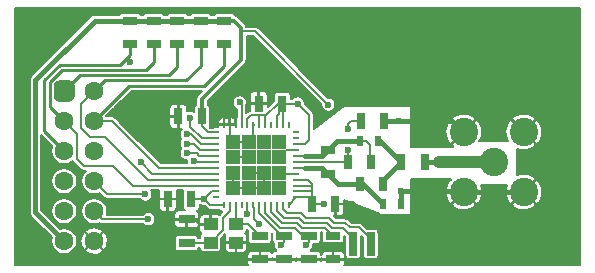
<source format=gbr>
%TF.GenerationSoftware,KiCad,Pcbnew,5.1.9-1.fc33*%
%TF.CreationDate,2021-03-04T20:35:35+03:00*%
%TF.ProjectId,CC2420_module,43433234-3230-45f6-9d6f-64756c652e6b,rev?*%
%TF.SameCoordinates,Original*%
%TF.FileFunction,Copper,L1,Top*%
%TF.FilePolarity,Positive*%
%FSLAX46Y46*%
G04 Gerber Fmt 4.6, Leading zero omitted, Abs format (unit mm)*
G04 Created by KiCad (PCBNEW 5.1.9-1.fc33) date 2021-03-04 20:35:35*
%MOMM*%
%LPD*%
G01*
G04 APERTURE LIST*
%TA.AperFunction,SMDPad,CuDef*%
%ADD10R,1.300000X0.700000*%
%TD*%
%TA.AperFunction,SMDPad,CuDef*%
%ADD11R,1.400000X0.800000*%
%TD*%
%TA.AperFunction,SMDPad,CuDef*%
%ADD12R,1.200000X1.000000*%
%TD*%
%TA.AperFunction,SMDPad,CuDef*%
%ADD13R,0.800000X1.400000*%
%TD*%
%TA.AperFunction,SMDPad,CuDef*%
%ADD14O,0.600000X0.240000*%
%TD*%
%TA.AperFunction,SMDPad,CuDef*%
%ADD15O,0.240000X0.600000*%
%TD*%
%TA.AperFunction,SMDPad,CuDef*%
%ADD16R,1.287500X1.287500*%
%TD*%
%TA.AperFunction,ComponentPad*%
%ADD17C,0.643750*%
%TD*%
%TA.AperFunction,SMDPad,CuDef*%
%ADD18R,0.700000X2.000000*%
%TD*%
%TA.AperFunction,ComponentPad*%
%ADD19C,1.600000*%
%TD*%
%TA.AperFunction,ComponentPad*%
%ADD20C,2.400000*%
%TD*%
%TA.AperFunction,SMDPad,CuDef*%
%ADD21R,0.600000X0.900000*%
%TD*%
%TA.AperFunction,SMDPad,CuDef*%
%ADD22R,0.700000X1.300000*%
%TD*%
%TA.AperFunction,ViaPad*%
%ADD23C,0.600000*%
%TD*%
%TA.AperFunction,Conductor*%
%ADD24C,0.200000*%
%TD*%
%TA.AperFunction,Conductor*%
%ADD25C,0.400000*%
%TD*%
%TA.AperFunction,Conductor*%
%ADD26C,0.350000*%
%TD*%
%TA.AperFunction,Conductor*%
%ADD27C,0.250000*%
%TD*%
%TA.AperFunction,Conductor*%
%ADD28C,1.000000*%
%TD*%
%TA.AperFunction,Conductor*%
%ADD29C,0.100000*%
%TD*%
G04 APERTURE END LIST*
D10*
%TO.P,R6,2*%
%TO.N,/GND*%
X197500000Y-87900000D03*
%TO.P,R6,1*%
%TO.N,Net-(DA1-Pad45)*%
X197500000Y-85900000D03*
%TD*%
D11*
%TO.P,C5,2*%
%TO.N,/GND*%
X193350000Y-87900000D03*
%TO.P,C5,1*%
%TO.N,/3V3*%
X193350000Y-85900000D03*
%TD*%
D12*
%TO.P,BQ1,4*%
%TO.N,/GND*%
X189275000Y-86475000D03*
%TO.P,BQ1,1*%
%TO.N,Net-(BQ1-Pad1)*%
X189275000Y-84925000D03*
%TO.P,BQ1,3*%
%TO.N,Net-(BQ1-Pad3)*%
X187125000Y-86475000D03*
%TO.P,BQ1,2*%
%TO.N,/GND*%
X187125000Y-84925000D03*
%TD*%
D11*
%TO.P,C1,1*%
%TO.N,Net-(BQ1-Pad1)*%
X191300000Y-85900000D03*
%TO.P,C1,2*%
%TO.N,/GND*%
X191300000Y-87900000D03*
%TD*%
%TO.P,C2,2*%
%TO.N,/GND*%
X185100000Y-84500000D03*
%TO.P,C2,1*%
%TO.N,Net-(BQ1-Pad3)*%
X185100000Y-86500000D03*
%TD*%
D13*
%TO.P,C3,1*%
%TO.N,/1V8*%
X195700000Y-83200000D03*
%TO.P,C3,2*%
%TO.N,/GND*%
X197700000Y-83200000D03*
%TD*%
D11*
%TO.P,C4,1*%
%TO.N,/1V8*%
X195450000Y-85900000D03*
%TO.P,C4,2*%
%TO.N,/GND*%
X195450000Y-87900000D03*
%TD*%
D13*
%TO.P,C6,2*%
%TO.N,/GND*%
X191200000Y-74700000D03*
%TO.P,C6,1*%
%TO.N,/1V8*%
X193200000Y-74700000D03*
%TD*%
%TO.P,C7,1*%
%TO.N,/1V8*%
X185500000Y-82800000D03*
%TO.P,C7,2*%
%TO.N,/GND*%
X183500000Y-82800000D03*
%TD*%
%TO.P,C8,2*%
%TO.N,/GND*%
X184400000Y-75800000D03*
%TO.P,C8,1*%
%TO.N,/3V3*%
X186400000Y-75800000D03*
%TD*%
D14*
%TO.P,DA1,1*%
%TO.N,/1V8*%
X194400000Y-82650000D03*
%TO.P,DA1,2*%
X194400000Y-82150000D03*
%TO.P,DA1,3*%
X194400000Y-81650000D03*
%TO.P,DA1,4*%
X194400000Y-81150000D03*
%TO.P,DA1,5*%
%TO.N,/GND*%
X194400000Y-80650000D03*
%TO.P,DA1,6*%
%TO.N,Net-(C10-Pad2)*%
X194400000Y-80150000D03*
%TO.P,DA1,7*%
%TO.N,Net-(C11-Pad2)*%
X194400000Y-79650000D03*
%TO.P,DA1,8*%
%TO.N,Net-(C9-Pad2)*%
X194400000Y-79150000D03*
%TO.P,DA1,9*%
%TO.N,/GND*%
X194400000Y-78650000D03*
%TO.P,DA1,10*%
%TO.N,/1V8*%
X194400000Y-78150000D03*
%TO.P,DA1,11*%
%TO.N,Net-(DA1-Pad11)*%
X194400000Y-77650000D03*
%TO.P,DA1,12*%
%TO.N,Net-(DA1-Pad12)*%
X194400000Y-77150000D03*
D15*
%TO.P,DA1,13*%
%TO.N,Net-(DA1-Pad13)*%
X193750000Y-76500000D03*
%TO.P,DA1,14*%
%TO.N,/1V8*%
X193250000Y-76500000D03*
%TO.P,DA1,15*%
X192750000Y-76500000D03*
%TO.P,DA1,16*%
%TO.N,Net-(DA1-Pad16)*%
X192250000Y-76500000D03*
%TO.P,DA1,17*%
%TO.N,/1V8*%
X191750000Y-76500000D03*
%TO.P,DA1,18*%
X191250000Y-76500000D03*
%TO.P,DA1,19*%
%TO.N,/GND*%
X190750000Y-76500000D03*
%TO.P,DA1,20*%
%TO.N,/1V8*%
X190250000Y-76500000D03*
%TO.P,DA1,21*%
%TO.N,/EXTRST*%
X189750000Y-76500000D03*
%TO.P,DA1,22*%
%TO.N,/GND*%
X189250000Y-76500000D03*
%TO.P,DA1,23*%
X188750000Y-76500000D03*
%TO.P,DA1,24*%
X188250000Y-76500000D03*
D14*
%TO.P,DA1,25*%
%TO.N,/3V3*%
X187600000Y-77150000D03*
%TO.P,DA1,26*%
%TO.N,/1V8*%
X187600000Y-77650000D03*
%TO.P,DA1,27*%
%TO.N,/SFD*%
X187600000Y-78150000D03*
%TO.P,DA1,28*%
%TO.N,/CCS*%
X187600000Y-78650000D03*
%TO.P,DA1,29*%
%TO.N,/FIFOP*%
X187600000Y-79150000D03*
%TO.P,DA1,30*%
%TO.N,/FIFO*%
X187600000Y-79650000D03*
%TO.P,DA1,31*%
%TO.N,/CS*%
X187600000Y-80150000D03*
%TO.P,DA1,32*%
%TO.N,/SCLK*%
X187600000Y-80650000D03*
%TO.P,DA1,33*%
%TO.N,/MOSI*%
X187600000Y-81150000D03*
%TO.P,DA1,34*%
%TO.N,/MISO*%
X187600000Y-81650000D03*
%TO.P,DA1,35*%
%TO.N,/1V8*%
X187600000Y-82150000D03*
%TO.P,DA1,36*%
%TO.N,Net-(DA1-Pad36)*%
X187600000Y-82650000D03*
D15*
%TO.P,DA1,37*%
%TO.N,/1V8*%
X188250000Y-83300000D03*
%TO.P,DA1,38*%
%TO.N,Net-(BQ1-Pad3)*%
X188750000Y-83300000D03*
%TO.P,DA1,39*%
%TO.N,Net-(BQ1-Pad1)*%
X189250000Y-83300000D03*
%TO.P,DA1,40*%
%TO.N,Net-(DA1-Pad40)*%
X189750000Y-83300000D03*
%TO.P,DA1,41*%
%TO.N,/VREG_EN*%
X190250000Y-83300000D03*
%TO.P,DA1,42*%
%TO.N,/1V8*%
X190750000Y-83300000D03*
%TO.P,DA1,43*%
%TO.N,/3V3*%
X191250000Y-83300000D03*
%TO.P,DA1,44*%
%TO.N,/1V8*%
X191750000Y-83300000D03*
%TO.P,DA1,45*%
%TO.N,Net-(DA1-Pad45)*%
X192250000Y-83300000D03*
%TO.P,DA1,46*%
%TO.N,/ATEST2*%
X192750000Y-83300000D03*
%TO.P,DA1,47*%
%TO.N,/ATEST1*%
X193250000Y-83300000D03*
%TO.P,DA1,48*%
%TO.N,/1V8*%
X193750000Y-83300000D03*
D16*
%TO.P,DA1,49*%
%TO.N,/GND*%
X192931250Y-81831250D03*
X192931250Y-80543750D03*
X192931250Y-79256250D03*
X192931250Y-77968750D03*
X191643750Y-81831250D03*
X191643750Y-80543750D03*
X191643750Y-79256250D03*
X191643750Y-77968750D03*
X190356250Y-81831250D03*
X190356250Y-80543750D03*
X190356250Y-79256250D03*
X190356250Y-77968750D03*
X189068750Y-81831250D03*
X189068750Y-80543750D03*
X189068750Y-79256250D03*
X189068750Y-77968750D03*
D17*
X192931250Y-81831250D03*
X192931250Y-80543750D03*
X192931250Y-79256250D03*
X192931250Y-77968750D03*
X191643750Y-81831250D03*
X191643750Y-80543750D03*
X191643750Y-79256250D03*
X191643750Y-77968750D03*
X190356250Y-81831250D03*
X190356250Y-80543750D03*
X190356250Y-79256250D03*
X190356250Y-77968750D03*
X189068750Y-81831250D03*
X189068750Y-80543750D03*
X189068750Y-79256250D03*
X189068750Y-77968750D03*
%TD*%
D18*
%TO.P,KT1,1*%
%TO.N,/ATEST1*%
X200700000Y-86600000D03*
%TD*%
%TO.P,KT2,1*%
%TO.N,/ATEST2*%
X199200000Y-86600000D03*
%TD*%
D10*
%TO.P,R1,1*%
%TO.N,/SCLK*%
X184300000Y-69700000D03*
%TO.P,R1,2*%
%TO.N,/3V3*%
X184300000Y-67700000D03*
%TD*%
%TO.P,R2,2*%
%TO.N,/3V3*%
X186300000Y-67700000D03*
%TO.P,R2,1*%
%TO.N,/MOSI*%
X186300000Y-69700000D03*
%TD*%
%TO.P,R3,1*%
%TO.N,/MISO*%
X182300000Y-69700000D03*
%TO.P,R3,2*%
%TO.N,/3V3*%
X182300000Y-67700000D03*
%TD*%
%TO.P,R4,2*%
%TO.N,/3V3*%
X188300000Y-67700000D03*
%TO.P,R4,1*%
%TO.N,/CS*%
X188300000Y-69700000D03*
%TD*%
%TO.P,R5,1*%
%TO.N,/EXTRST*%
X180300000Y-69700000D03*
%TO.P,R5,2*%
%TO.N,/3V3*%
X180300000Y-67700000D03*
%TD*%
D19*
%TO.P,XP1,2*%
%TO.N,/MOSI*%
X177270000Y-73650000D03*
%TO.P,XP1,1*%
%TO.N,/SCLK*%
%TA.AperFunction,ComponentPad*%
G36*
G01*
X174280000Y-72750000D02*
X175180000Y-72750000D01*
G75*
G02*
X175630000Y-73200000I0J-450000D01*
G01*
X175630000Y-74100000D01*
G75*
G02*
X175180000Y-74550000I-450000J0D01*
G01*
X174280000Y-74550000D01*
G75*
G02*
X173830000Y-74100000I0J450000D01*
G01*
X173830000Y-73200000D01*
G75*
G02*
X174280000Y-72750000I450000J0D01*
G01*
G37*
%TD.AperFunction*%
%TO.P,XP1,4*%
%TO.N,/CS*%
X177270000Y-76190000D03*
%TO.P,XP1,3*%
%TO.N,/MISO*%
X174730000Y-76190000D03*
%TO.P,XP1,6*%
%TO.N,/SFD*%
X177270000Y-78730000D03*
%TO.P,XP1,5*%
%TO.N,/EXTRST*%
X174730000Y-78730000D03*
%TO.P,XP1,8*%
%TO.N,/FIFOP*%
X177270000Y-81270000D03*
%TO.P,XP1,7*%
%TO.N,/CCS*%
X174730000Y-81270000D03*
%TO.P,XP1,10*%
%TO.N,/VREG_EN*%
X177270000Y-83810000D03*
%TO.P,XP1,9*%
%TO.N,/FIFO*%
X174730000Y-83810000D03*
%TO.P,XP1,12*%
%TO.N,/GND*%
X177270000Y-86350000D03*
%TO.P,XP1,11*%
%TO.N,/3V3*%
X174730000Y-86350000D03*
%TD*%
D20*
%TO.P,XS1,4*%
%TO.N,/GND*%
X208560000Y-77110000D03*
%TO.P,XS1,1*%
X208560000Y-82190000D03*
%TO.P,XS1,3*%
X213640000Y-77110000D03*
%TO.P,XS1,2*%
X213640000Y-82190000D03*
%TO.P,XS1,5*%
%TO.N,Net-(C12-Pad1)*%
X211100000Y-79650000D03*
%TD*%
D21*
%TO.P,C9,2*%
%TO.N,Net-(C9-Pad2)*%
X199800000Y-77900000D03*
%TO.P,C9,1*%
%TO.N,Net-(C12-Pad2)*%
X201300000Y-77900000D03*
%TD*%
%TO.P,C10,1*%
%TO.N,/GND*%
X203250000Y-83250000D03*
%TO.P,C10,2*%
%TO.N,Net-(C10-Pad2)*%
X201750000Y-83250000D03*
%TD*%
D13*
%TO.P,C11,2*%
%TO.N,Net-(C11-Pad2)*%
X199850000Y-76150000D03*
%TO.P,C11,1*%
%TO.N,/GND*%
X201850000Y-76150000D03*
%TD*%
%TO.P,C12,1*%
%TO.N,Net-(C12-Pad1)*%
X205250000Y-79650000D03*
%TO.P,C12,2*%
%TO.N,Net-(C12-Pad2)*%
X203250000Y-79650000D03*
%TD*%
D10*
%TO.P,L1,2*%
%TO.N,Net-(C9-Pad2)*%
X197100000Y-78650000D03*
%TO.P,L1,1*%
%TO.N,Net-(C10-Pad2)*%
X197100000Y-80650000D03*
%TD*%
D22*
%TO.P,L2,1*%
%TO.N,Net-(C10-Pad2)*%
X199750000Y-81500000D03*
%TO.P,L2,2*%
%TO.N,Net-(C12-Pad2)*%
X201750000Y-81500000D03*
%TD*%
%TO.P,L3,1*%
%TO.N,Net-(C11-Pad2)*%
X198750000Y-79650000D03*
%TO.P,L3,2*%
%TO.N,Net-(C9-Pad2)*%
X200750000Y-79650000D03*
%TD*%
D23*
%TO.N,/GND*%
X183050000Y-76450000D03*
X199100000Y-83200000D03*
X189100000Y-73400000D03*
X191200000Y-73100000D03*
X203250000Y-82150000D03*
X203050000Y-76150000D03*
%TO.N,/1V8*%
X191250000Y-84900000D03*
X195200000Y-86700000D03*
X196700000Y-83200000D03*
X185400000Y-75900000D03*
X194500000Y-74700000D03*
X186600000Y-82800000D03*
%TO.N,/3V3*%
X193100000Y-86700000D03*
X197100000Y-74800000D03*
%TO.N,/EXTRST*%
X189600000Y-74600000D03*
X180300000Y-71224990D03*
%TO.N,/SFD*%
X185100000Y-77299994D03*
%TO.N,/CCS*%
X185100000Y-78099997D03*
%TO.N,/FIFOP*%
X185100000Y-78900000D03*
X181600000Y-82400000D03*
%TO.N,/FIFO*%
X185700000Y-79550000D03*
%TO.N,/SCLK*%
X181224265Y-79675735D03*
%TO.N,/VREG_EN*%
X190228555Y-84071445D03*
X181850000Y-84500000D03*
%TO.N,Net-(C11-Pad2)*%
X198750000Y-78600000D03*
X198750000Y-76900000D03*
%TD*%
D24*
%TO.N,/GND*%
X187125000Y-84925000D02*
X186125000Y-84925000D01*
X185700000Y-84500000D02*
X185100000Y-84500000D01*
X186125000Y-84925000D02*
X185700000Y-84500000D01*
X183700000Y-75800000D02*
X183050000Y-76450000D01*
X184400000Y-75800000D02*
X183700000Y-75800000D01*
X193037500Y-80650000D02*
X192931250Y-80543750D01*
X194400000Y-80650000D02*
X193037500Y-80650000D01*
X193537500Y-78650000D02*
X192931250Y-79256250D01*
X194400000Y-78650000D02*
X193537500Y-78650000D01*
X197700000Y-83200000D02*
X199100000Y-83200000D01*
X190750000Y-77575000D02*
X190356250Y-77968750D01*
X190750000Y-76500000D02*
X190750000Y-77575000D01*
X188750000Y-73750000D02*
X189100000Y-73400000D01*
X189250000Y-76050000D02*
X188750000Y-75550000D01*
X189250000Y-76500000D02*
X189250000Y-76050000D01*
X188750000Y-75550000D02*
X188750000Y-73750000D01*
X188750000Y-76500000D02*
X188750000Y-75550000D01*
X188250000Y-76050000D02*
X188750000Y-75550000D01*
X188250000Y-76500000D02*
X188250000Y-76050000D01*
X188750000Y-77650000D02*
X189068750Y-77968750D01*
X188750000Y-76500000D02*
X188750000Y-77650000D01*
X190356250Y-80543750D02*
X191643750Y-80543750D01*
X191643750Y-80543750D02*
X191643750Y-81831250D01*
X191643750Y-81831250D02*
X190356250Y-81831250D01*
X190356250Y-81831250D02*
X189068750Y-81831250D01*
X189068750Y-81831250D02*
X189068750Y-80543750D01*
X189068750Y-79256250D02*
X190356250Y-79256250D01*
X189068750Y-77968750D02*
X190356250Y-77968750D01*
X191200000Y-74700000D02*
X191200000Y-73100000D01*
D25*
X203250000Y-83250000D02*
X203250000Y-82150000D01*
X201850000Y-76150000D02*
X203050000Y-76150000D01*
X203250000Y-82150000D02*
X208520000Y-82150000D01*
X208560000Y-82190000D02*
X213640000Y-82190000D01*
X208520000Y-82150000D02*
X208560000Y-82190000D01*
X207600000Y-76150000D02*
X208560000Y-77110000D01*
X203050000Y-76150000D02*
X207600000Y-76150000D01*
D24*
%TO.N,Net-(BQ1-Pad1)*%
X189250000Y-84900000D02*
X189275000Y-84925000D01*
X189250000Y-83300000D02*
X189250000Y-84900000D01*
X190325000Y-84925000D02*
X191300000Y-85900000D01*
X189275000Y-84925000D02*
X190325000Y-84925000D01*
%TO.N,Net-(BQ1-Pad3)*%
X188750000Y-83809998D02*
X188200000Y-84359998D01*
X188750000Y-83300000D02*
X188750000Y-83809998D01*
X188200000Y-85400000D02*
X187125000Y-86475000D01*
X188200000Y-84359998D02*
X188200000Y-85400000D01*
X187100000Y-86500000D02*
X187125000Y-86475000D01*
X185100000Y-86500000D02*
X187100000Y-86500000D01*
%TO.N,/1V8*%
X190750000Y-83300000D02*
X190750000Y-83500000D01*
X190828556Y-84478556D02*
X191250000Y-84900000D01*
X190828556Y-83578556D02*
X190828556Y-84478556D01*
X190750000Y-83500000D02*
X190828556Y-83578556D01*
X195450000Y-86450000D02*
X195200000Y-86700000D01*
X195450000Y-85700000D02*
X195450000Y-86450000D01*
X191750000Y-83300000D02*
X191750000Y-83946300D01*
X191750000Y-83946300D02*
X193003700Y-85200000D01*
X194990002Y-85900000D02*
X195450000Y-85900000D01*
X194290001Y-85199999D02*
X194990002Y-85900000D01*
X193003700Y-85200000D02*
X194290001Y-85199999D01*
X194400000Y-81150000D02*
X195350000Y-81150000D01*
X195350000Y-81150000D02*
X195700000Y-81500000D01*
X195650000Y-81650000D02*
X195700000Y-81700000D01*
X194400000Y-81650000D02*
X195650000Y-81650000D01*
X195700000Y-81500000D02*
X195700000Y-81700000D01*
X195650000Y-82150000D02*
X195700000Y-82100000D01*
X194400000Y-82150000D02*
X195650000Y-82150000D01*
X195700000Y-81700000D02*
X195700000Y-82100000D01*
X195550000Y-82650000D02*
X195700000Y-82500000D01*
X194400000Y-82650000D02*
X195550000Y-82650000D01*
X195700000Y-82500000D02*
X195700000Y-83200000D01*
X195700000Y-82100000D02*
X195700000Y-82500000D01*
X195700000Y-83200000D02*
X196700000Y-83200000D01*
X185400000Y-76664903D02*
X185400000Y-75900000D01*
X186385097Y-77650000D02*
X185400000Y-76664903D01*
X187600000Y-77650000D02*
X186385097Y-77650000D01*
X194500000Y-74700000D02*
X193200000Y-74700000D01*
X194400000Y-78150000D02*
X195150000Y-78150000D01*
X195150000Y-78150000D02*
X195500000Y-77800000D01*
X195500000Y-75700000D02*
X194500000Y-74700000D01*
X195500000Y-77800000D02*
X195500000Y-75700000D01*
X193250000Y-74750000D02*
X193200000Y-74700000D01*
X193250000Y-76500000D02*
X193250000Y-74750000D01*
X190250000Y-76000000D02*
X190550000Y-75700000D01*
X190250000Y-76500000D02*
X190250000Y-76000000D01*
X192840002Y-74700000D02*
X193200000Y-74700000D01*
X191840001Y-75700001D02*
X192840002Y-74700000D01*
X191250000Y-75750000D02*
X191299999Y-75700001D01*
X191250000Y-76500000D02*
X191250000Y-75750000D01*
X191299999Y-75700001D02*
X191840001Y-75700001D01*
X190550000Y-75700000D02*
X191299999Y-75700001D01*
X191750000Y-75790002D02*
X191840001Y-75700001D01*
X191750000Y-76500000D02*
X191750000Y-75790002D01*
X192750000Y-76500000D02*
X192750000Y-75750000D01*
X192750000Y-75750000D02*
X192900000Y-75600000D01*
X192900000Y-75000000D02*
X193200000Y-74700000D01*
X192900000Y-75600000D02*
X192900000Y-75000000D01*
X187250000Y-82150000D02*
X186600000Y-82800000D01*
X187600000Y-82150000D02*
X187250000Y-82150000D01*
X185500000Y-82800000D02*
X186600000Y-82800000D01*
X187100000Y-83300000D02*
X186600000Y-82800000D01*
X188250000Y-83300000D02*
X187100000Y-83300000D01*
X193750000Y-83300000D02*
X194400000Y-82650000D01*
D25*
%TO.N,/3V3*%
X174730000Y-86350000D02*
X172300000Y-83920000D01*
X177305082Y-67700000D02*
X180300000Y-67700000D01*
X172300000Y-72705082D02*
X177305082Y-67700000D01*
X172300000Y-83920000D02*
X172300000Y-72705082D01*
X180300000Y-67700000D02*
X182300000Y-67700000D01*
X182300000Y-67700000D02*
X184300000Y-67700000D01*
X184300000Y-67700000D02*
X186300000Y-67700000D01*
X186300000Y-67700000D02*
X188300000Y-67700000D01*
D24*
X187600000Y-77150000D02*
X186950000Y-77150000D01*
X186400000Y-76600000D02*
X186400000Y-75800000D01*
X186950000Y-77150000D02*
X186400000Y-76600000D01*
D26*
X186400000Y-75800000D02*
X186400000Y-74300000D01*
X186400000Y-74300000D02*
X189700000Y-71000000D01*
X189100000Y-67700000D02*
X188300000Y-67700000D01*
X189700000Y-68300000D02*
X189100000Y-67700000D01*
D24*
X193350000Y-86450000D02*
X193100000Y-86700000D01*
X193350000Y-85700000D02*
X193350000Y-86450000D01*
X193138002Y-85900000D02*
X193350000Y-85900000D01*
X191250000Y-84011998D02*
X193138002Y-85900000D01*
X191250000Y-83300000D02*
X191250000Y-84011998D01*
X190900000Y-68600000D02*
X189700000Y-68600000D01*
X197100000Y-74800000D02*
X190900000Y-68600000D01*
D26*
X189700000Y-68600000D02*
X189700000Y-68300000D01*
X189700000Y-71000000D02*
X189700000Y-68600000D01*
D24*
%TO.N,Net-(C9-Pad2)*%
X194400000Y-79150000D02*
X195100000Y-79150000D01*
D25*
X196600000Y-79150000D02*
X197100000Y-78650000D01*
X195100000Y-79150000D02*
X196600000Y-79150000D01*
X197850000Y-77900000D02*
X199800000Y-77900000D01*
X197100000Y-78650000D02*
X197850000Y-77900000D01*
D24*
X199800000Y-77900000D02*
X200250000Y-77900000D01*
X200250000Y-77900000D02*
X200600000Y-78250000D01*
X200600000Y-79500000D02*
X200750000Y-79650000D01*
X200600000Y-78250000D02*
X200600000Y-79500000D01*
D27*
%TO.N,/EXTRST*%
X173054981Y-72692577D02*
X174347578Y-71399980D01*
X173054981Y-77054981D02*
X173054981Y-72692577D01*
X174730000Y-78730000D02*
X173054981Y-77054981D01*
X174347578Y-71399980D02*
X179500020Y-71399980D01*
X180300000Y-70600000D02*
X180300000Y-69700000D01*
D24*
X189750000Y-74750000D02*
X189600000Y-74600000D01*
X189750000Y-76500000D02*
X189750000Y-74750000D01*
X180025010Y-70950000D02*
X179950000Y-70950000D01*
X180300000Y-71224990D02*
X180025010Y-70950000D01*
D27*
X179950000Y-70950000D02*
X180300000Y-70600000D01*
X179500020Y-71399980D02*
X179950000Y-70950000D01*
D24*
%TO.N,/SFD*%
X185469393Y-77299994D02*
X185100000Y-77299994D01*
X186319399Y-78150000D02*
X185469393Y-77299994D01*
X187600000Y-78150000D02*
X186319399Y-78150000D01*
%TO.N,/CCS*%
X185703698Y-78099997D02*
X185100000Y-78099997D01*
X186253701Y-78650000D02*
X185703698Y-78099997D01*
X187600000Y-78650000D02*
X186253701Y-78650000D01*
%TO.N,/FIFOP*%
X185938002Y-78900000D02*
X185100000Y-78900000D01*
X186188002Y-79150000D02*
X185938002Y-78900000D01*
X187600000Y-79150000D02*
X186188002Y-79150000D01*
X178400000Y-82400000D02*
X177270000Y-81270000D01*
X181600000Y-82400000D02*
X178400000Y-82400000D01*
%TO.N,/FIFO*%
X185800000Y-79650000D02*
X185700000Y-79550000D01*
X187600000Y-79650000D02*
X185800000Y-79650000D01*
%TO.N,/CS*%
X187600000Y-80150000D02*
X182750000Y-80150000D01*
X178790000Y-76190000D02*
X177270000Y-76190000D01*
X182750000Y-80150000D02*
X178790000Y-76190000D01*
D27*
X177270000Y-76190000D02*
X180259980Y-73200020D01*
X180259980Y-73200020D02*
X186599980Y-73200020D01*
X188300000Y-71500000D02*
X188300000Y-69700000D01*
X186599980Y-73200020D02*
X188300000Y-71500000D01*
D24*
%TO.N,/SCLK*%
X182198530Y-80650000D02*
X181224265Y-79675735D01*
X187600000Y-80650000D02*
X182198530Y-80650000D01*
D27*
X174730000Y-73650000D02*
X176080000Y-72300000D01*
X176080000Y-72300000D02*
X183600000Y-72300000D01*
X184300000Y-71600000D02*
X184300000Y-69700000D01*
X183600000Y-72300000D02*
X184300000Y-71600000D01*
D24*
%TO.N,/MOSI*%
X187600000Y-81150000D02*
X181850000Y-81150000D01*
X181850000Y-81150000D02*
X178200000Y-77500000D01*
X178200000Y-77500000D02*
X176900000Y-77500000D01*
X176169999Y-74750001D02*
X177270000Y-73650000D01*
X176169999Y-76769999D02*
X176169999Y-74750001D01*
X176900000Y-77500000D02*
X176169999Y-76769999D01*
D27*
X177270000Y-73650000D02*
X178169990Y-72750010D01*
X178169990Y-72750010D02*
X185049990Y-72750010D01*
X186300000Y-71500000D02*
X186300000Y-69700000D01*
X185049990Y-72750010D02*
X186300000Y-71500000D01*
D24*
%TO.N,/MISO*%
X187600000Y-81650000D02*
X180550000Y-81650000D01*
X180550000Y-81650000D02*
X178900000Y-80000000D01*
X178900000Y-80000000D02*
X176400000Y-80000000D01*
X175830001Y-77290001D02*
X174730000Y-76190000D01*
X175830001Y-79430001D02*
X175830001Y-77290001D01*
X176400000Y-80000000D02*
X175830001Y-79430001D01*
D27*
X173504990Y-72878978D02*
X174533978Y-71849990D01*
X173504990Y-74964990D02*
X173504990Y-72878978D01*
X174730000Y-76190000D02*
X173504990Y-74964990D01*
X174533978Y-71849990D02*
X181650010Y-71849990D01*
X182300000Y-71200000D02*
X182300000Y-69700000D01*
X181650010Y-71849990D02*
X182300000Y-71200000D01*
D24*
%TO.N,/VREG_EN*%
X190250000Y-84050000D02*
X190228555Y-84071445D01*
X190250000Y-83300000D02*
X190250000Y-84050000D01*
X177960000Y-84500000D02*
X177270000Y-83810000D01*
X181850000Y-84500000D02*
X177960000Y-84500000D01*
%TO.N,Net-(DA1-Pad45)*%
X192250000Y-83300000D02*
X192250000Y-83880602D01*
X193169388Y-84799991D02*
X194455691Y-84799991D01*
X192250000Y-83880602D02*
X193169388Y-84799991D01*
X194455691Y-84799991D02*
X194855700Y-85200000D01*
X196800000Y-85200000D02*
X197500000Y-85900000D01*
X194855700Y-85200000D02*
X196800000Y-85200000D01*
%TO.N,/ATEST2*%
X199200000Y-86059998D02*
X199200000Y-86600000D01*
X198374304Y-85234302D02*
X199200000Y-86059998D01*
X197400000Y-85234302D02*
X198374304Y-85234302D01*
X195021388Y-84799990D02*
X196965689Y-84799990D01*
X194621380Y-84399981D02*
X195021388Y-84799990D01*
X193335077Y-84399981D02*
X194621380Y-84399981D01*
X196965689Y-84799990D02*
X197400000Y-85234302D01*
X192750000Y-83814904D02*
X193335077Y-84399981D01*
X192750000Y-83300000D02*
X192750000Y-83814904D01*
%TO.N,/ATEST1*%
X199684302Y-85194300D02*
X200700000Y-86209998D01*
X198539993Y-84834292D02*
X198900000Y-85194300D01*
X198900000Y-85194300D02*
X199684302Y-85194300D01*
X197131378Y-84399980D02*
X197565690Y-84834292D01*
X200700000Y-86209998D02*
X200700000Y-86600000D01*
X195187077Y-84399980D02*
X197131378Y-84399980D01*
X194787068Y-83999971D02*
X195187077Y-84399980D01*
X197565690Y-84834292D02*
X198539993Y-84834292D01*
X193599971Y-83999971D02*
X194787068Y-83999971D01*
X193250000Y-83650000D02*
X193599971Y-83999971D01*
X193250000Y-83300000D02*
X193250000Y-83650000D01*
%TO.N,Net-(C10-Pad2)*%
X194400000Y-80150000D02*
X195100000Y-80150000D01*
D25*
X196600000Y-80150000D02*
X197100000Y-80650000D01*
X195100000Y-80150000D02*
X196600000Y-80150000D01*
X197950000Y-81500000D02*
X199750000Y-81500000D01*
X197100000Y-80650000D02*
X197950000Y-81500000D01*
X200000000Y-81500000D02*
X201750000Y-83250000D01*
X199750000Y-81500000D02*
X200000000Y-81500000D01*
D24*
%TO.N,Net-(C11-Pad2)*%
X194400000Y-79650000D02*
X198750000Y-79650000D01*
X198750000Y-79650000D02*
X198750000Y-78600000D01*
X198750000Y-76900000D02*
X198750000Y-76400000D01*
X199000000Y-76150000D02*
X199850000Y-76150000D01*
X198750000Y-76400000D02*
X199000000Y-76150000D01*
D25*
%TO.N,Net-(C12-Pad1)*%
X205250000Y-79650000D02*
X206450000Y-79650000D01*
D28*
X206450000Y-79650000D02*
X211100000Y-79650000D01*
D25*
%TO.N,Net-(C12-Pad2)*%
X201500000Y-77900000D02*
X203250000Y-79650000D01*
X201300000Y-77900000D02*
X201500000Y-77900000D01*
X201750000Y-81150000D02*
X203250000Y-79650000D01*
X201750000Y-81500000D02*
X201750000Y-81150000D01*
%TD*%
D24*
%TO.N,/GND*%
X218400000Y-88400000D02*
X198466685Y-88400000D01*
X198474923Y-88384587D01*
X198494936Y-88318612D01*
X198501694Y-88250000D01*
X198500000Y-88012500D01*
X198412500Y-87925000D01*
X197525000Y-87925000D01*
X197525000Y-87945000D01*
X197475000Y-87945000D01*
X197475000Y-87925000D01*
X196587500Y-87925000D01*
X196500000Y-88012500D01*
X196412500Y-87925000D01*
X195475000Y-87925000D01*
X195475000Y-87945000D01*
X195425000Y-87945000D01*
X195425000Y-87925000D01*
X194487500Y-87925000D01*
X194400000Y-88012500D01*
X194312500Y-87925000D01*
X193375000Y-87925000D01*
X193375000Y-87945000D01*
X193325000Y-87945000D01*
X193325000Y-87925000D01*
X192387500Y-87925000D01*
X192325000Y-87987500D01*
X192262500Y-87925000D01*
X191325000Y-87925000D01*
X191325000Y-87945000D01*
X191275000Y-87945000D01*
X191275000Y-87925000D01*
X190337500Y-87925000D01*
X190250000Y-88012500D01*
X190248306Y-88300000D01*
X190255064Y-88368612D01*
X190264585Y-88400000D01*
X170600000Y-88400000D01*
X170600000Y-72705082D01*
X171797581Y-72705082D01*
X171800001Y-72729652D01*
X171800000Y-83895440D01*
X171797581Y-83920000D01*
X171807235Y-84018017D01*
X171812210Y-84034416D01*
X171835825Y-84112266D01*
X171882254Y-84199129D01*
X171944736Y-84275264D01*
X171963824Y-84290929D01*
X173680990Y-86008096D01*
X173672273Y-86029142D01*
X173630000Y-86241659D01*
X173630000Y-86458341D01*
X173672273Y-86670858D01*
X173755193Y-86871045D01*
X173875575Y-87051209D01*
X174028791Y-87204425D01*
X174208955Y-87324807D01*
X174409142Y-87407727D01*
X174621659Y-87450000D01*
X174838341Y-87450000D01*
X175050858Y-87407727D01*
X175251045Y-87324807D01*
X175431209Y-87204425D01*
X175512928Y-87122706D01*
X176532650Y-87122706D01*
X176611160Y-87299347D01*
X176809029Y-87409639D01*
X177024611Y-87479210D01*
X177249624Y-87505386D01*
X177316353Y-87500000D01*
X190248306Y-87500000D01*
X190250000Y-87787500D01*
X190337500Y-87875000D01*
X191275000Y-87875000D01*
X191275000Y-87237500D01*
X191187500Y-87150000D01*
X190600000Y-87148306D01*
X190531388Y-87155064D01*
X190465413Y-87175077D01*
X190404609Y-87207577D01*
X190351315Y-87251315D01*
X190307577Y-87304609D01*
X190275077Y-87365413D01*
X190255064Y-87431388D01*
X190248306Y-87500000D01*
X177316353Y-87500000D01*
X177475420Y-87487161D01*
X177693322Y-87425235D01*
X177894956Y-87321988D01*
X177928840Y-87299347D01*
X178007350Y-87122706D01*
X177270000Y-86385355D01*
X176532650Y-87122706D01*
X175512928Y-87122706D01*
X175584425Y-87051209D01*
X175704807Y-86871045D01*
X175787727Y-86670858D01*
X175830000Y-86458341D01*
X175830000Y-86329624D01*
X176114614Y-86329624D01*
X176132839Y-86555420D01*
X176194765Y-86773322D01*
X176298012Y-86974956D01*
X176320653Y-87008840D01*
X176497294Y-87087350D01*
X177234645Y-86350000D01*
X177305355Y-86350000D01*
X178042706Y-87087350D01*
X178219347Y-87008840D01*
X178329639Y-86810971D01*
X178399210Y-86595389D01*
X178425386Y-86370376D01*
X178407161Y-86144580D01*
X178345235Y-85926678D01*
X178241988Y-85725044D01*
X178219347Y-85691160D01*
X178042706Y-85612650D01*
X177305355Y-86350000D01*
X177234645Y-86350000D01*
X176497294Y-85612650D01*
X176320653Y-85691160D01*
X176210361Y-85889029D01*
X176140790Y-86104611D01*
X176114614Y-86329624D01*
X175830000Y-86329624D01*
X175830000Y-86241659D01*
X175787727Y-86029142D01*
X175704807Y-85828955D01*
X175584425Y-85648791D01*
X175512928Y-85577294D01*
X176532650Y-85577294D01*
X177270000Y-86314645D01*
X178007350Y-85577294D01*
X177928840Y-85400653D01*
X177730971Y-85290361D01*
X177515389Y-85220790D01*
X177290376Y-85194614D01*
X177064580Y-85212839D01*
X176846678Y-85274765D01*
X176645044Y-85378012D01*
X176611160Y-85400653D01*
X176532650Y-85577294D01*
X175512928Y-85577294D01*
X175431209Y-85495575D01*
X175251045Y-85375193D01*
X175050858Y-85292273D01*
X174838341Y-85250000D01*
X174621659Y-85250000D01*
X174409142Y-85292273D01*
X174388096Y-85300990D01*
X172800000Y-83712895D01*
X172800000Y-83701659D01*
X173630000Y-83701659D01*
X173630000Y-83918341D01*
X173672273Y-84130858D01*
X173755193Y-84331045D01*
X173875575Y-84511209D01*
X174028791Y-84664425D01*
X174208955Y-84784807D01*
X174409142Y-84867727D01*
X174621659Y-84910000D01*
X174838341Y-84910000D01*
X175050858Y-84867727D01*
X175251045Y-84784807D01*
X175431209Y-84664425D01*
X175584425Y-84511209D01*
X175704807Y-84331045D01*
X175787727Y-84130858D01*
X175830000Y-83918341D01*
X175830000Y-83701659D01*
X176170000Y-83701659D01*
X176170000Y-83918341D01*
X176212273Y-84130858D01*
X176295193Y-84331045D01*
X176415575Y-84511209D01*
X176568791Y-84664425D01*
X176748955Y-84784807D01*
X176949142Y-84867727D01*
X177161659Y-84910000D01*
X177378341Y-84910000D01*
X177590858Y-84867727D01*
X177714931Y-84816334D01*
X177736697Y-84834197D01*
X177806186Y-84871340D01*
X177881586Y-84894212D01*
X177940353Y-84900000D01*
X177940363Y-84900000D01*
X177959999Y-84901934D01*
X177979635Y-84900000D01*
X181401472Y-84900000D01*
X181467522Y-84966050D01*
X181565793Y-85031713D01*
X181674986Y-85076942D01*
X181790905Y-85100000D01*
X181909095Y-85100000D01*
X182025014Y-85076942D01*
X182134207Y-85031713D01*
X182232478Y-84966050D01*
X182298528Y-84900000D01*
X184048306Y-84900000D01*
X184055064Y-84968612D01*
X184075077Y-85034587D01*
X184107577Y-85095391D01*
X184151315Y-85148685D01*
X184204609Y-85192423D01*
X184265413Y-85224923D01*
X184331388Y-85244936D01*
X184400000Y-85251694D01*
X184987500Y-85250000D01*
X185075000Y-85162500D01*
X185075000Y-84525000D01*
X185125000Y-84525000D01*
X185125000Y-85162500D01*
X185212500Y-85250000D01*
X185800000Y-85251694D01*
X185868612Y-85244936D01*
X185934587Y-85224923D01*
X185995391Y-85192423D01*
X186048685Y-85148685D01*
X186092423Y-85095391D01*
X186124923Y-85034587D01*
X186144936Y-84968612D01*
X186151694Y-84900000D01*
X186150000Y-84612500D01*
X186062500Y-84525000D01*
X185125000Y-84525000D01*
X185075000Y-84525000D01*
X184137500Y-84525000D01*
X184050000Y-84612500D01*
X184048306Y-84900000D01*
X182298528Y-84900000D01*
X182316050Y-84882478D01*
X182381713Y-84784207D01*
X182426942Y-84675014D01*
X182450000Y-84559095D01*
X182450000Y-84440905D01*
X182426942Y-84324986D01*
X182381713Y-84215793D01*
X182316050Y-84117522D01*
X182232478Y-84033950D01*
X182134207Y-83968287D01*
X182025014Y-83923058D01*
X181909095Y-83900000D01*
X181790905Y-83900000D01*
X181674986Y-83923058D01*
X181565793Y-83968287D01*
X181467522Y-84033950D01*
X181401472Y-84100000D01*
X178333865Y-84100000D01*
X178370000Y-83918341D01*
X178370000Y-83701659D01*
X178329887Y-83500000D01*
X182748306Y-83500000D01*
X182755064Y-83568612D01*
X182775077Y-83634587D01*
X182807577Y-83695391D01*
X182851315Y-83748685D01*
X182904609Y-83792423D01*
X182965413Y-83824923D01*
X183031388Y-83844936D01*
X183100000Y-83851694D01*
X183387500Y-83850000D01*
X183475000Y-83762500D01*
X183475000Y-82825000D01*
X183525000Y-82825000D01*
X183525000Y-83762500D01*
X183612500Y-83850000D01*
X183900000Y-83851694D01*
X183968612Y-83844936D01*
X184034587Y-83824923D01*
X184095391Y-83792423D01*
X184148685Y-83748685D01*
X184192423Y-83695391D01*
X184224923Y-83634587D01*
X184244936Y-83568612D01*
X184251694Y-83500000D01*
X184250000Y-82912500D01*
X184162500Y-82825000D01*
X183525000Y-82825000D01*
X183475000Y-82825000D01*
X182837500Y-82825000D01*
X182750000Y-82912500D01*
X182748306Y-83500000D01*
X178329887Y-83500000D01*
X178327727Y-83489142D01*
X178244807Y-83288955D01*
X178124425Y-83108791D01*
X177971209Y-82955575D01*
X177791045Y-82835193D01*
X177590858Y-82752273D01*
X177378341Y-82710000D01*
X177161659Y-82710000D01*
X176949142Y-82752273D01*
X176748955Y-82835193D01*
X176568791Y-82955575D01*
X176415575Y-83108791D01*
X176295193Y-83288955D01*
X176212273Y-83489142D01*
X176170000Y-83701659D01*
X175830000Y-83701659D01*
X175787727Y-83489142D01*
X175704807Y-83288955D01*
X175584425Y-83108791D01*
X175431209Y-82955575D01*
X175251045Y-82835193D01*
X175050858Y-82752273D01*
X174838341Y-82710000D01*
X174621659Y-82710000D01*
X174409142Y-82752273D01*
X174208955Y-82835193D01*
X174028791Y-82955575D01*
X173875575Y-83108791D01*
X173755193Y-83288955D01*
X173672273Y-83489142D01*
X173630000Y-83701659D01*
X172800000Y-83701659D01*
X172800000Y-81161659D01*
X173630000Y-81161659D01*
X173630000Y-81378341D01*
X173672273Y-81590858D01*
X173755193Y-81791045D01*
X173875575Y-81971209D01*
X174028791Y-82124425D01*
X174208955Y-82244807D01*
X174409142Y-82327727D01*
X174621659Y-82370000D01*
X174838341Y-82370000D01*
X175050858Y-82327727D01*
X175251045Y-82244807D01*
X175431209Y-82124425D01*
X175584425Y-81971209D01*
X175704807Y-81791045D01*
X175787727Y-81590858D01*
X175830000Y-81378341D01*
X175830000Y-81161659D01*
X175787727Y-80949142D01*
X175704807Y-80748955D01*
X175584425Y-80568791D01*
X175431209Y-80415575D01*
X175251045Y-80295193D01*
X175050858Y-80212273D01*
X174838341Y-80170000D01*
X174621659Y-80170000D01*
X174409142Y-80212273D01*
X174208955Y-80295193D01*
X174028791Y-80415575D01*
X173875575Y-80568791D01*
X173755193Y-80748955D01*
X173672273Y-80949142D01*
X173630000Y-81161659D01*
X172800000Y-81161659D01*
X172800000Y-77401040D01*
X173712056Y-78313096D01*
X173672273Y-78409142D01*
X173630000Y-78621659D01*
X173630000Y-78838341D01*
X173672273Y-79050858D01*
X173755193Y-79251045D01*
X173875575Y-79431209D01*
X174028791Y-79584425D01*
X174208955Y-79704807D01*
X174409142Y-79787727D01*
X174621659Y-79830000D01*
X174838341Y-79830000D01*
X175050858Y-79787727D01*
X175251045Y-79704807D01*
X175431209Y-79584425D01*
X175452414Y-79563220D01*
X175458661Y-79583814D01*
X175495804Y-79653303D01*
X175545790Y-79714212D01*
X175561053Y-79726738D01*
X176103267Y-80268953D01*
X176115789Y-80284211D01*
X176131047Y-80296733D01*
X176131049Y-80296735D01*
X176139675Y-80303814D01*
X176176697Y-80334197D01*
X176246186Y-80371340D01*
X176321586Y-80394212D01*
X176380353Y-80400000D01*
X176380363Y-80400000D01*
X176399999Y-80401934D01*
X176419635Y-80400000D01*
X176592101Y-80400000D01*
X176568791Y-80415575D01*
X176415575Y-80568791D01*
X176295193Y-80748955D01*
X176212273Y-80949142D01*
X176170000Y-81161659D01*
X176170000Y-81378341D01*
X176212273Y-81590858D01*
X176295193Y-81791045D01*
X176415575Y-81971209D01*
X176568791Y-82124425D01*
X176748955Y-82244807D01*
X176949142Y-82327727D01*
X177161659Y-82370000D01*
X177378341Y-82370000D01*
X177590858Y-82327727D01*
X177711903Y-82277589D01*
X178103267Y-82668953D01*
X178115789Y-82684211D01*
X178131047Y-82696733D01*
X178131049Y-82696735D01*
X178147213Y-82710000D01*
X178176697Y-82734197D01*
X178246186Y-82771340D01*
X178321586Y-82794212D01*
X178380353Y-82800000D01*
X178380363Y-82800000D01*
X178399999Y-82801934D01*
X178419635Y-82800000D01*
X181151472Y-82800000D01*
X181217522Y-82866050D01*
X181315793Y-82931713D01*
X181424986Y-82976942D01*
X181540905Y-83000000D01*
X181659095Y-83000000D01*
X181775014Y-82976942D01*
X181884207Y-82931713D01*
X181982478Y-82866050D01*
X182066050Y-82782478D01*
X182131713Y-82684207D01*
X182176942Y-82575014D01*
X182200000Y-82459095D01*
X182200000Y-82340905D01*
X182176942Y-82224986D01*
X182131713Y-82115793D01*
X182087751Y-82050000D01*
X182753231Y-82050000D01*
X182748306Y-82100000D01*
X182750000Y-82687500D01*
X182837500Y-82775000D01*
X183475000Y-82775000D01*
X183475000Y-82755000D01*
X183525000Y-82755000D01*
X183525000Y-82775000D01*
X184162500Y-82775000D01*
X184250000Y-82687500D01*
X184251694Y-82100000D01*
X184246769Y-82050000D01*
X184803473Y-82050000D01*
X184798549Y-82100000D01*
X184798549Y-83500000D01*
X184804341Y-83558810D01*
X184821496Y-83615360D01*
X184849353Y-83667477D01*
X184886842Y-83713158D01*
X184931538Y-83749839D01*
X184400000Y-83748306D01*
X184331388Y-83755064D01*
X184265413Y-83775077D01*
X184204609Y-83807577D01*
X184151315Y-83851315D01*
X184107577Y-83904609D01*
X184075077Y-83965413D01*
X184055064Y-84031388D01*
X184048306Y-84100000D01*
X184050000Y-84387500D01*
X184137500Y-84475000D01*
X185075000Y-84475000D01*
X185075000Y-84455000D01*
X185125000Y-84455000D01*
X185125000Y-84475000D01*
X186062500Y-84475000D01*
X186112500Y-84425000D01*
X186173306Y-84425000D01*
X186175000Y-84812500D01*
X186262500Y-84900000D01*
X187100000Y-84900000D01*
X187100000Y-84162500D01*
X187012500Y-84075000D01*
X186525000Y-84073306D01*
X186456388Y-84080064D01*
X186390413Y-84100077D01*
X186329609Y-84132577D01*
X186276315Y-84176315D01*
X186232577Y-84229609D01*
X186200077Y-84290413D01*
X186180064Y-84356388D01*
X186173306Y-84425000D01*
X186112500Y-84425000D01*
X186150000Y-84387500D01*
X186151694Y-84100000D01*
X186144936Y-84031388D01*
X186124923Y-83965413D01*
X186092423Y-83904609D01*
X186048685Y-83851315D01*
X185995391Y-83807577D01*
X185967922Y-83792895D01*
X186015360Y-83778504D01*
X186067477Y-83750647D01*
X186113158Y-83713158D01*
X186150647Y-83667477D01*
X186178504Y-83615360D01*
X186195659Y-83558810D01*
X186201451Y-83500000D01*
X186201451Y-83249979D01*
X186217522Y-83266050D01*
X186315793Y-83331713D01*
X186424986Y-83376942D01*
X186540905Y-83400000D01*
X186634314Y-83400000D01*
X186803267Y-83568953D01*
X186815789Y-83584211D01*
X186831047Y-83596733D01*
X186831049Y-83596735D01*
X186876697Y-83634197D01*
X186946186Y-83671340D01*
X187021586Y-83694212D01*
X187100000Y-83701935D01*
X187119647Y-83700000D01*
X187891360Y-83700000D01*
X187899093Y-83714467D01*
X187951578Y-83778422D01*
X188015532Y-83830907D01*
X188088495Y-83869907D01*
X188116048Y-83878265D01*
X187931052Y-84063261D01*
X187915789Y-84075787D01*
X187884797Y-84113552D01*
X187859587Y-84100077D01*
X187793612Y-84080064D01*
X187725000Y-84073306D01*
X187237500Y-84075000D01*
X187150000Y-84162500D01*
X187150000Y-84900000D01*
X187170000Y-84900000D01*
X187170000Y-84950000D01*
X187150000Y-84950000D01*
X187150000Y-84970000D01*
X187100000Y-84970000D01*
X187100000Y-84950000D01*
X186262500Y-84950000D01*
X186175000Y-85037500D01*
X186173306Y-85425000D01*
X186180064Y-85493612D01*
X186200077Y-85559587D01*
X186232577Y-85620391D01*
X186276315Y-85673685D01*
X186329609Y-85717423D01*
X186351627Y-85729192D01*
X186311842Y-85761842D01*
X186274353Y-85807523D01*
X186246496Y-85859640D01*
X186229341Y-85916190D01*
X186223549Y-85975000D01*
X186223549Y-86100000D01*
X186101451Y-86100000D01*
X186095659Y-86041190D01*
X186078504Y-85984640D01*
X186050647Y-85932523D01*
X186013158Y-85886842D01*
X185967477Y-85849353D01*
X185915360Y-85821496D01*
X185858810Y-85804341D01*
X185800000Y-85798549D01*
X184400000Y-85798549D01*
X184341190Y-85804341D01*
X184284640Y-85821496D01*
X184232523Y-85849353D01*
X184186842Y-85886842D01*
X184149353Y-85932523D01*
X184121496Y-85984640D01*
X184104341Y-86041190D01*
X184098549Y-86100000D01*
X184098549Y-86900000D01*
X184104341Y-86958810D01*
X184121496Y-87015360D01*
X184149353Y-87067477D01*
X184186842Y-87113158D01*
X184232523Y-87150647D01*
X184284640Y-87178504D01*
X184341190Y-87195659D01*
X184400000Y-87201451D01*
X185800000Y-87201451D01*
X185858810Y-87195659D01*
X185915360Y-87178504D01*
X185967477Y-87150647D01*
X186013158Y-87113158D01*
X186050647Y-87067477D01*
X186078504Y-87015360D01*
X186095659Y-86958810D01*
X186101451Y-86900000D01*
X186223549Y-86900000D01*
X186223549Y-86975000D01*
X186229341Y-87033810D01*
X186246496Y-87090360D01*
X186274353Y-87142477D01*
X186311842Y-87188158D01*
X186357523Y-87225647D01*
X186409640Y-87253504D01*
X186466190Y-87270659D01*
X186525000Y-87276451D01*
X187725000Y-87276451D01*
X187783810Y-87270659D01*
X187840360Y-87253504D01*
X187892477Y-87225647D01*
X187938158Y-87188158D01*
X187975647Y-87142477D01*
X188003504Y-87090360D01*
X188020659Y-87033810D01*
X188026451Y-86975000D01*
X188323306Y-86975000D01*
X188330064Y-87043612D01*
X188350077Y-87109587D01*
X188382577Y-87170391D01*
X188426315Y-87223685D01*
X188479609Y-87267423D01*
X188540413Y-87299923D01*
X188606388Y-87319936D01*
X188675000Y-87326694D01*
X189162500Y-87325000D01*
X189250000Y-87237500D01*
X189250000Y-86500000D01*
X189300000Y-86500000D01*
X189300000Y-87237500D01*
X189387500Y-87325000D01*
X189875000Y-87326694D01*
X189943612Y-87319936D01*
X190009587Y-87299923D01*
X190070391Y-87267423D01*
X190123685Y-87223685D01*
X190167423Y-87170391D01*
X190199923Y-87109587D01*
X190219936Y-87043612D01*
X190226694Y-86975000D01*
X190225000Y-86587500D01*
X190137500Y-86500000D01*
X189300000Y-86500000D01*
X189250000Y-86500000D01*
X188412500Y-86500000D01*
X188325000Y-86587500D01*
X188323306Y-86975000D01*
X188026451Y-86975000D01*
X188026451Y-86139234D01*
X188378559Y-85787126D01*
X188350077Y-85840413D01*
X188330064Y-85906388D01*
X188323306Y-85975000D01*
X188325000Y-86362500D01*
X188412500Y-86450000D01*
X189250000Y-86450000D01*
X189250000Y-86430000D01*
X189300000Y-86430000D01*
X189300000Y-86450000D01*
X190137500Y-86450000D01*
X190225000Y-86362500D01*
X190226694Y-85975000D01*
X190219936Y-85906388D01*
X190199923Y-85840413D01*
X190167423Y-85779609D01*
X190123685Y-85726315D01*
X190070391Y-85682577D01*
X190048373Y-85670808D01*
X190088158Y-85638158D01*
X190125647Y-85592477D01*
X190153504Y-85540360D01*
X190170659Y-85483810D01*
X190176451Y-85425000D01*
X190176451Y-85342136D01*
X190301756Y-85467441D01*
X190298549Y-85500000D01*
X190298549Y-86300000D01*
X190304341Y-86358810D01*
X190321496Y-86415360D01*
X190349353Y-86467477D01*
X190386842Y-86513158D01*
X190432523Y-86550647D01*
X190484640Y-86578504D01*
X190541190Y-86595659D01*
X190600000Y-86601451D01*
X192000000Y-86601451D01*
X192058810Y-86595659D01*
X192115360Y-86578504D01*
X192167477Y-86550647D01*
X192213158Y-86513158D01*
X192250647Y-86467477D01*
X192278504Y-86415360D01*
X192295659Y-86358810D01*
X192301451Y-86300000D01*
X192301451Y-85629135D01*
X192348549Y-85676233D01*
X192348549Y-86300000D01*
X192354341Y-86358810D01*
X192371496Y-86415360D01*
X192399353Y-86467477D01*
X192436842Y-86513158D01*
X192482523Y-86550647D01*
X192514549Y-86567765D01*
X192500000Y-86640905D01*
X192500000Y-86759095D01*
X192523058Y-86875014D01*
X192568287Y-86984207D01*
X192633950Y-87082478D01*
X192699922Y-87148450D01*
X192650000Y-87148306D01*
X192581388Y-87155064D01*
X192515413Y-87175077D01*
X192454609Y-87207577D01*
X192401315Y-87251315D01*
X192357577Y-87304609D01*
X192325077Y-87365413D01*
X192325000Y-87365667D01*
X192324923Y-87365413D01*
X192292423Y-87304609D01*
X192248685Y-87251315D01*
X192195391Y-87207577D01*
X192134587Y-87175077D01*
X192068612Y-87155064D01*
X192000000Y-87148306D01*
X191412500Y-87150000D01*
X191325000Y-87237500D01*
X191325000Y-87875000D01*
X192262500Y-87875000D01*
X192325000Y-87812500D01*
X192387500Y-87875000D01*
X193325000Y-87875000D01*
X193325000Y-87855000D01*
X193375000Y-87855000D01*
X193375000Y-87875000D01*
X194312500Y-87875000D01*
X194400000Y-87787500D01*
X194487500Y-87875000D01*
X195425000Y-87875000D01*
X195425000Y-87855000D01*
X195475000Y-87855000D01*
X195475000Y-87875000D01*
X196412500Y-87875000D01*
X196500000Y-87787500D01*
X196587500Y-87875000D01*
X197475000Y-87875000D01*
X197475000Y-87287500D01*
X197525000Y-87287500D01*
X197525000Y-87875000D01*
X198412500Y-87875000D01*
X198500000Y-87787500D01*
X198501694Y-87550000D01*
X198494936Y-87481388D01*
X198474923Y-87415413D01*
X198442423Y-87354609D01*
X198398685Y-87301315D01*
X198345391Y-87257577D01*
X198284587Y-87225077D01*
X198218612Y-87205064D01*
X198150000Y-87198306D01*
X197612500Y-87200000D01*
X197525000Y-87287500D01*
X197475000Y-87287500D01*
X197387500Y-87200000D01*
X196850000Y-87198306D01*
X196781388Y-87205064D01*
X196715413Y-87225077D01*
X196654609Y-87257577D01*
X196601315Y-87301315D01*
X196557577Y-87354609D01*
X196525077Y-87415413D01*
X196505064Y-87481388D01*
X196501596Y-87516595D01*
X196501694Y-87500000D01*
X196494936Y-87431388D01*
X196474923Y-87365413D01*
X196442423Y-87304609D01*
X196398685Y-87251315D01*
X196345391Y-87207577D01*
X196284587Y-87175077D01*
X196218612Y-87155064D01*
X196150000Y-87148306D01*
X195598632Y-87149896D01*
X195666050Y-87082478D01*
X195731713Y-86984207D01*
X195776942Y-86875014D01*
X195800000Y-86759095D01*
X195800000Y-86643738D01*
X195821340Y-86603814D01*
X195822057Y-86601451D01*
X196150000Y-86601451D01*
X196208810Y-86595659D01*
X196265360Y-86578504D01*
X196317477Y-86550647D01*
X196363158Y-86513158D01*
X196400647Y-86467477D01*
X196428504Y-86415360D01*
X196445659Y-86358810D01*
X196451451Y-86300000D01*
X196451451Y-85600000D01*
X196548549Y-85600000D01*
X196548549Y-86250000D01*
X196554341Y-86308810D01*
X196571496Y-86365360D01*
X196599353Y-86417477D01*
X196636842Y-86463158D01*
X196682523Y-86500647D01*
X196734640Y-86528504D01*
X196791190Y-86545659D01*
X196850000Y-86551451D01*
X198150000Y-86551451D01*
X198208810Y-86545659D01*
X198265360Y-86528504D01*
X198317477Y-86500647D01*
X198363158Y-86463158D01*
X198400647Y-86417477D01*
X198428504Y-86365360D01*
X198445659Y-86308810D01*
X198451451Y-86250000D01*
X198451451Y-85877134D01*
X198548549Y-85974232D01*
X198548549Y-87600000D01*
X198554341Y-87658810D01*
X198571496Y-87715360D01*
X198599353Y-87767477D01*
X198636842Y-87813158D01*
X198682523Y-87850647D01*
X198734640Y-87878504D01*
X198791190Y-87895659D01*
X198850000Y-87901451D01*
X199550000Y-87901451D01*
X199608810Y-87895659D01*
X199665360Y-87878504D01*
X199717477Y-87850647D01*
X199763158Y-87813158D01*
X199800647Y-87767477D01*
X199828504Y-87715360D01*
X199845659Y-87658810D01*
X199851451Y-87600000D01*
X199851451Y-85927134D01*
X200048549Y-86124233D01*
X200048549Y-87600000D01*
X200054341Y-87658810D01*
X200071496Y-87715360D01*
X200099353Y-87767477D01*
X200136842Y-87813158D01*
X200182523Y-87850647D01*
X200234640Y-87878504D01*
X200291190Y-87895659D01*
X200350000Y-87901451D01*
X201050000Y-87901451D01*
X201108810Y-87895659D01*
X201165360Y-87878504D01*
X201217477Y-87850647D01*
X201263158Y-87813158D01*
X201300647Y-87767477D01*
X201328504Y-87715360D01*
X201345659Y-87658810D01*
X201351451Y-87600000D01*
X201351451Y-85600000D01*
X201345659Y-85541190D01*
X201328504Y-85484640D01*
X201300647Y-85432523D01*
X201263158Y-85386842D01*
X201217477Y-85349353D01*
X201165360Y-85321496D01*
X201108810Y-85304341D01*
X201050000Y-85298549D01*
X200354236Y-85298549D01*
X199981039Y-84925352D01*
X199968513Y-84910089D01*
X199907605Y-84860103D01*
X199838116Y-84822960D01*
X199762716Y-84800088D01*
X199703949Y-84794300D01*
X199703948Y-84794300D01*
X199684302Y-84792365D01*
X199664656Y-84794300D01*
X199065686Y-84794300D01*
X198836734Y-84565349D01*
X198824204Y-84550081D01*
X198763296Y-84500095D01*
X198693807Y-84462952D01*
X198618407Y-84440080D01*
X198559640Y-84434292D01*
X198559637Y-84434292D01*
X198539993Y-84432357D01*
X198520347Y-84434292D01*
X197731376Y-84434292D01*
X197547320Y-84250237D01*
X197587500Y-84250000D01*
X197675000Y-84162500D01*
X197675000Y-83225000D01*
X197725000Y-83225000D01*
X197725000Y-84162500D01*
X197812500Y-84250000D01*
X198100000Y-84251694D01*
X198168612Y-84244936D01*
X198234587Y-84224923D01*
X198295391Y-84192423D01*
X198348685Y-84148685D01*
X198392423Y-84095391D01*
X198424923Y-84034587D01*
X198444936Y-83968612D01*
X198451694Y-83900000D01*
X198450000Y-83312500D01*
X198362500Y-83225000D01*
X197725000Y-83225000D01*
X197675000Y-83225000D01*
X197655000Y-83225000D01*
X197655000Y-83175000D01*
X197675000Y-83175000D01*
X197675000Y-83155000D01*
X197725000Y-83155000D01*
X197725000Y-83175000D01*
X198362500Y-83175000D01*
X198450000Y-83087500D01*
X198450575Y-82887934D01*
X201462861Y-84092848D01*
X201480491Y-84098079D01*
X201500000Y-84100000D01*
X204000000Y-84100000D01*
X204019509Y-84098079D01*
X204038268Y-84092388D01*
X204055557Y-84083147D01*
X204070711Y-84070711D01*
X204083147Y-84055557D01*
X204092388Y-84038268D01*
X204098079Y-84019509D01*
X204100000Y-84000000D01*
X204100000Y-83246974D01*
X207538381Y-83246974D01*
X207664868Y-83464576D01*
X207930725Y-83614716D01*
X208220765Y-83710106D01*
X208523841Y-83747080D01*
X208828307Y-83724215D01*
X209122462Y-83642391D01*
X209395002Y-83504753D01*
X209455132Y-83464576D01*
X209581619Y-83246974D01*
X212618381Y-83246974D01*
X212744868Y-83464576D01*
X213010725Y-83614716D01*
X213300765Y-83710106D01*
X213603841Y-83747080D01*
X213908307Y-83724215D01*
X214202462Y-83642391D01*
X214475002Y-83504753D01*
X214535132Y-83464576D01*
X214661619Y-83246974D01*
X213640000Y-82225355D01*
X212618381Y-83246974D01*
X209581619Y-83246974D01*
X208560000Y-82225355D01*
X207538381Y-83246974D01*
X204100000Y-83246974D01*
X204100000Y-81100000D01*
X207448047Y-81100000D01*
X207441344Y-81106703D01*
X207503024Y-81168382D01*
X207285424Y-81294868D01*
X207135284Y-81560725D01*
X207039894Y-81850765D01*
X207002920Y-82153841D01*
X207025785Y-82458307D01*
X207107609Y-82752462D01*
X207245247Y-83025002D01*
X207285424Y-83085132D01*
X207503026Y-83211619D01*
X208524645Y-82190000D01*
X208510503Y-82175858D01*
X208545858Y-82140503D01*
X208560000Y-82154645D01*
X208574143Y-82140503D01*
X208609498Y-82175858D01*
X208595355Y-82190000D01*
X209616974Y-83211619D01*
X209834576Y-83085132D01*
X209984716Y-82819275D01*
X210080106Y-82529235D01*
X210117080Y-82226159D01*
X210094215Y-81921693D01*
X210012391Y-81627538D01*
X209998484Y-81600000D01*
X212202367Y-81600000D01*
X212119894Y-81850765D01*
X212082920Y-82153841D01*
X212105785Y-82458307D01*
X212187609Y-82752462D01*
X212325247Y-83025002D01*
X212365424Y-83085132D01*
X212583026Y-83211619D01*
X213604645Y-82190000D01*
X213675355Y-82190000D01*
X214696974Y-83211619D01*
X214914576Y-83085132D01*
X215064716Y-82819275D01*
X215160106Y-82529235D01*
X215197080Y-82226159D01*
X215174215Y-81921693D01*
X215092391Y-81627538D01*
X214954753Y-81354998D01*
X214914576Y-81294868D01*
X214696974Y-81168381D01*
X213675355Y-82190000D01*
X213604645Y-82190000D01*
X213590503Y-82175858D01*
X213625858Y-82140503D01*
X213640000Y-82154645D01*
X214661619Y-81133026D01*
X214535132Y-80915424D01*
X214269275Y-80765284D01*
X213979235Y-80669894D01*
X213676159Y-80632920D01*
X213371693Y-80655785D01*
X213100000Y-80731361D01*
X213100000Y-78564077D01*
X213300765Y-78630106D01*
X213603841Y-78667080D01*
X213908307Y-78644215D01*
X214202462Y-78562391D01*
X214475002Y-78424753D01*
X214535132Y-78384576D01*
X214661619Y-78166974D01*
X213640000Y-77145355D01*
X213625858Y-77159498D01*
X213590503Y-77124143D01*
X213604645Y-77110000D01*
X213675355Y-77110000D01*
X214696974Y-78131619D01*
X214914576Y-78005132D01*
X215064716Y-77739275D01*
X215160106Y-77449235D01*
X215197080Y-77146159D01*
X215174215Y-76841693D01*
X215092391Y-76547538D01*
X214954753Y-76274998D01*
X214914576Y-76214868D01*
X214696974Y-76088381D01*
X213675355Y-77110000D01*
X213604645Y-77110000D01*
X212583026Y-76088381D01*
X212365424Y-76214868D01*
X212215284Y-76480725D01*
X212119894Y-76770765D01*
X212082920Y-77073841D01*
X212105785Y-77378307D01*
X212187609Y-77672462D01*
X212302520Y-77900000D01*
X209893948Y-77900000D01*
X209984716Y-77739275D01*
X210080106Y-77449235D01*
X210117080Y-77146159D01*
X210094215Y-76841693D01*
X210012391Y-76547538D01*
X209874753Y-76274998D01*
X209834576Y-76214868D01*
X209616974Y-76088381D01*
X208595355Y-77110000D01*
X208609498Y-77124143D01*
X208574143Y-77159498D01*
X208560000Y-77145355D01*
X207538381Y-78166974D01*
X207664868Y-78384576D01*
X207692180Y-78400000D01*
X204100000Y-78400000D01*
X204100000Y-77073841D01*
X207002920Y-77073841D01*
X207025785Y-77378307D01*
X207107609Y-77672462D01*
X207245247Y-77945002D01*
X207285424Y-78005132D01*
X207503026Y-78131619D01*
X208524645Y-77110000D01*
X207503026Y-76088381D01*
X207285424Y-76214868D01*
X207135284Y-76480725D01*
X207039894Y-76770765D01*
X207002920Y-77073841D01*
X204100000Y-77073841D01*
X204100000Y-76053026D01*
X207538381Y-76053026D01*
X208560000Y-77074645D01*
X209581619Y-76053026D01*
X212618381Y-76053026D01*
X213640000Y-77074645D01*
X214661619Y-76053026D01*
X214535132Y-75835424D01*
X214269275Y-75685284D01*
X213979235Y-75589894D01*
X213676159Y-75552920D01*
X213371693Y-75575785D01*
X213077538Y-75657609D01*
X212804998Y-75795247D01*
X212744868Y-75835424D01*
X212618381Y-76053026D01*
X209581619Y-76053026D01*
X209455132Y-75835424D01*
X209189275Y-75685284D01*
X208899235Y-75589894D01*
X208596159Y-75552920D01*
X208291693Y-75575785D01*
X207997538Y-75657609D01*
X207724998Y-75795247D01*
X207664868Y-75835424D01*
X207538381Y-76053026D01*
X204100000Y-76053026D01*
X204100000Y-75000000D01*
X204098079Y-74980491D01*
X204092388Y-74961732D01*
X204083147Y-74944443D01*
X204070711Y-74929289D01*
X204055557Y-74916853D01*
X204038268Y-74907612D01*
X204019509Y-74901921D01*
X204000000Y-74900000D01*
X198500000Y-74900000D01*
X198473486Y-74903579D01*
X198455185Y-74910604D01*
X198438606Y-74921065D01*
X195900000Y-76895536D01*
X195900000Y-75719647D01*
X195901935Y-75700000D01*
X195894212Y-75621586D01*
X195871340Y-75546186D01*
X195834197Y-75476697D01*
X195827562Y-75468612D01*
X195784211Y-75415789D01*
X195768948Y-75403263D01*
X195100000Y-74734315D01*
X195100000Y-74640905D01*
X195076942Y-74524986D01*
X195031713Y-74415793D01*
X194966050Y-74317522D01*
X194882478Y-74233950D01*
X194784207Y-74168287D01*
X194675014Y-74123058D01*
X194559095Y-74100000D01*
X194440905Y-74100000D01*
X194324986Y-74123058D01*
X194215793Y-74168287D01*
X194117522Y-74233950D01*
X194051472Y-74300000D01*
X193901451Y-74300000D01*
X193901451Y-74000000D01*
X193895659Y-73941190D01*
X193878504Y-73884640D01*
X193850647Y-73832523D01*
X193813158Y-73786842D01*
X193767477Y-73749353D01*
X193715360Y-73721496D01*
X193658810Y-73704341D01*
X193600000Y-73698549D01*
X192800000Y-73698549D01*
X192741190Y-73704341D01*
X192684640Y-73721496D01*
X192632523Y-73749353D01*
X192586842Y-73786842D01*
X192549353Y-73832523D01*
X192521496Y-73884640D01*
X192504341Y-73941190D01*
X192498549Y-74000000D01*
X192498549Y-74475767D01*
X191950609Y-75023708D01*
X191950000Y-74812500D01*
X191862500Y-74725000D01*
X191225000Y-74725000D01*
X191225000Y-74745000D01*
X191175000Y-74745000D01*
X191175000Y-74725000D01*
X190537500Y-74725000D01*
X190450000Y-74812500D01*
X190448558Y-75312774D01*
X190396187Y-75328660D01*
X190396185Y-75328661D01*
X190326697Y-75365803D01*
X190281049Y-75403265D01*
X190281042Y-75403272D01*
X190265790Y-75415789D01*
X190253273Y-75431042D01*
X190150000Y-75534314D01*
X190150000Y-74840058D01*
X190176942Y-74775014D01*
X190200000Y-74659095D01*
X190200000Y-74540905D01*
X190176942Y-74424986D01*
X190131713Y-74315793D01*
X190066050Y-74217522D01*
X189982478Y-74133950D01*
X189884207Y-74068287D01*
X189775014Y-74023058D01*
X189659095Y-74000000D01*
X190448306Y-74000000D01*
X190450000Y-74587500D01*
X190537500Y-74675000D01*
X191175000Y-74675000D01*
X191175000Y-73737500D01*
X191225000Y-73737500D01*
X191225000Y-74675000D01*
X191862500Y-74675000D01*
X191950000Y-74587500D01*
X191951694Y-74000000D01*
X191944936Y-73931388D01*
X191924923Y-73865413D01*
X191892423Y-73804609D01*
X191848685Y-73751315D01*
X191795391Y-73707577D01*
X191734587Y-73675077D01*
X191668612Y-73655064D01*
X191600000Y-73648306D01*
X191312500Y-73650000D01*
X191225000Y-73737500D01*
X191175000Y-73737500D01*
X191087500Y-73650000D01*
X190800000Y-73648306D01*
X190731388Y-73655064D01*
X190665413Y-73675077D01*
X190604609Y-73707577D01*
X190551315Y-73751315D01*
X190507577Y-73804609D01*
X190475077Y-73865413D01*
X190455064Y-73931388D01*
X190448306Y-74000000D01*
X189659095Y-74000000D01*
X189540905Y-74000000D01*
X189424986Y-74023058D01*
X189315793Y-74068287D01*
X189217522Y-74133950D01*
X189133950Y-74217522D01*
X189068287Y-74315793D01*
X189023058Y-74424986D01*
X189000000Y-74540905D01*
X189000000Y-74659095D01*
X189023058Y-74775014D01*
X189068287Y-74884207D01*
X189133950Y-74982478D01*
X189217522Y-75066050D01*
X189315793Y-75131713D01*
X189350001Y-75145882D01*
X189350000Y-75861139D01*
X189343211Y-75859336D01*
X189270000Y-75938023D01*
X189270000Y-76475000D01*
X189295000Y-76475000D01*
X189295000Y-76525000D01*
X189270000Y-76525000D01*
X189270000Y-76545000D01*
X189230000Y-76545000D01*
X189230000Y-76525000D01*
X188770000Y-76525000D01*
X188770000Y-76545000D01*
X188730000Y-76545000D01*
X188730000Y-76525000D01*
X188270000Y-76525000D01*
X188270000Y-76545000D01*
X188230000Y-76545000D01*
X188230000Y-76525000D01*
X187780000Y-76525000D01*
X187780000Y-76705000D01*
X187783812Y-76730000D01*
X187399368Y-76730000D01*
X187337666Y-76736077D01*
X187291768Y-76750000D01*
X187115685Y-76750000D01*
X187042766Y-76677081D01*
X187050647Y-76667477D01*
X187078504Y-76615360D01*
X187095659Y-76558810D01*
X187101451Y-76500000D01*
X187101451Y-76295000D01*
X187780000Y-76295000D01*
X187780000Y-76475000D01*
X188230000Y-76475000D01*
X188230000Y-75938023D01*
X188270000Y-75938023D01*
X188270000Y-76475000D01*
X188730000Y-76475000D01*
X188730000Y-75938023D01*
X188770000Y-75938023D01*
X188770000Y-76475000D01*
X189230000Y-76475000D01*
X189230000Y-75938023D01*
X189156789Y-75859336D01*
X189093236Y-75876211D01*
X189009669Y-75915321D01*
X189000000Y-75922431D01*
X188990331Y-75915321D01*
X188906764Y-75876211D01*
X188843211Y-75859336D01*
X188770000Y-75938023D01*
X188730000Y-75938023D01*
X188656789Y-75859336D01*
X188593236Y-75876211D01*
X188509669Y-75915321D01*
X188500000Y-75922431D01*
X188490331Y-75915321D01*
X188406764Y-75876211D01*
X188343211Y-75859336D01*
X188270000Y-75938023D01*
X188230000Y-75938023D01*
X188156789Y-75859336D01*
X188093236Y-75876211D01*
X188009669Y-75915321D01*
X187935338Y-75969983D01*
X187873099Y-76038096D01*
X187825344Y-76117042D01*
X187793908Y-76203788D01*
X187780000Y-76295000D01*
X187101451Y-76295000D01*
X187101451Y-75100000D01*
X187095659Y-75041190D01*
X187078504Y-74984640D01*
X187050647Y-74932523D01*
X187013158Y-74886842D01*
X186967477Y-74849353D01*
X186915360Y-74821496D01*
X186875000Y-74809252D01*
X186875000Y-74496750D01*
X190019377Y-71352375D01*
X190037501Y-71337501D01*
X190096859Y-71265173D01*
X190140966Y-71182654D01*
X190168127Y-71093116D01*
X190174017Y-71033314D01*
X190177298Y-71000000D01*
X190175000Y-70976668D01*
X190175000Y-69000000D01*
X190734315Y-69000000D01*
X196500000Y-74765686D01*
X196500000Y-74859095D01*
X196523058Y-74975014D01*
X196568287Y-75084207D01*
X196633950Y-75182478D01*
X196717522Y-75266050D01*
X196815793Y-75331713D01*
X196924986Y-75376942D01*
X197040905Y-75400000D01*
X197159095Y-75400000D01*
X197275014Y-75376942D01*
X197384207Y-75331713D01*
X197482478Y-75266050D01*
X197566050Y-75182478D01*
X197631713Y-75084207D01*
X197676942Y-74975014D01*
X197700000Y-74859095D01*
X197700000Y-74740905D01*
X197676942Y-74624986D01*
X197631713Y-74515793D01*
X197566050Y-74417522D01*
X197482478Y-74333950D01*
X197384207Y-74268287D01*
X197275014Y-74223058D01*
X197159095Y-74200000D01*
X197065686Y-74200000D01*
X191196737Y-68331052D01*
X191184211Y-68315789D01*
X191123303Y-68265803D01*
X191053814Y-68228660D01*
X190978414Y-68205788D01*
X190919647Y-68200000D01*
X190919646Y-68200000D01*
X190900000Y-68198065D01*
X190880354Y-68200000D01*
X190166039Y-68200000D01*
X190148131Y-68140966D01*
X190140966Y-68117346D01*
X190096859Y-68034827D01*
X190037501Y-67962499D01*
X190019371Y-67947620D01*
X189452384Y-67380634D01*
X189437501Y-67362499D01*
X189365173Y-67303141D01*
X189282654Y-67259034D01*
X189231166Y-67243415D01*
X189228504Y-67234640D01*
X189200647Y-67182523D01*
X189163158Y-67136842D01*
X189117477Y-67099353D01*
X189065360Y-67071496D01*
X189008810Y-67054341D01*
X188950000Y-67048549D01*
X187650000Y-67048549D01*
X187591190Y-67054341D01*
X187534640Y-67071496D01*
X187482523Y-67099353D01*
X187436842Y-67136842D01*
X187399353Y-67182523D01*
X187390011Y-67200000D01*
X187209989Y-67200000D01*
X187200647Y-67182523D01*
X187163158Y-67136842D01*
X187117477Y-67099353D01*
X187065360Y-67071496D01*
X187008810Y-67054341D01*
X186950000Y-67048549D01*
X185650000Y-67048549D01*
X185591190Y-67054341D01*
X185534640Y-67071496D01*
X185482523Y-67099353D01*
X185436842Y-67136842D01*
X185399353Y-67182523D01*
X185390011Y-67200000D01*
X185209989Y-67200000D01*
X185200647Y-67182523D01*
X185163158Y-67136842D01*
X185117477Y-67099353D01*
X185065360Y-67071496D01*
X185008810Y-67054341D01*
X184950000Y-67048549D01*
X183650000Y-67048549D01*
X183591190Y-67054341D01*
X183534640Y-67071496D01*
X183482523Y-67099353D01*
X183436842Y-67136842D01*
X183399353Y-67182523D01*
X183390011Y-67200000D01*
X183209989Y-67200000D01*
X183200647Y-67182523D01*
X183163158Y-67136842D01*
X183117477Y-67099353D01*
X183065360Y-67071496D01*
X183008810Y-67054341D01*
X182950000Y-67048549D01*
X181650000Y-67048549D01*
X181591190Y-67054341D01*
X181534640Y-67071496D01*
X181482523Y-67099353D01*
X181436842Y-67136842D01*
X181399353Y-67182523D01*
X181390011Y-67200000D01*
X181209989Y-67200000D01*
X181200647Y-67182523D01*
X181163158Y-67136842D01*
X181117477Y-67099353D01*
X181065360Y-67071496D01*
X181008810Y-67054341D01*
X180950000Y-67048549D01*
X179650000Y-67048549D01*
X179591190Y-67054341D01*
X179534640Y-67071496D01*
X179482523Y-67099353D01*
X179436842Y-67136842D01*
X179399353Y-67182523D01*
X179390011Y-67200000D01*
X177329642Y-67200000D01*
X177305082Y-67197581D01*
X177280522Y-67200000D01*
X177207065Y-67207235D01*
X177112815Y-67235825D01*
X177025953Y-67282254D01*
X176949818Y-67344736D01*
X176934162Y-67363813D01*
X171963819Y-72334158D01*
X171944737Y-72349818D01*
X171882255Y-72425953D01*
X171862225Y-72463427D01*
X171835826Y-72512815D01*
X171807235Y-72607065D01*
X171797581Y-72705082D01*
X170600000Y-72705082D01*
X170600000Y-66600000D01*
X218400000Y-66600000D01*
X218400000Y-88400000D01*
%TA.AperFunction,Conductor*%
D29*
G36*
X218400000Y-88400000D02*
G01*
X198466685Y-88400000D01*
X198474923Y-88384587D01*
X198494936Y-88318612D01*
X198501694Y-88250000D01*
X198500000Y-88012500D01*
X198412500Y-87925000D01*
X197525000Y-87925000D01*
X197525000Y-87945000D01*
X197475000Y-87945000D01*
X197475000Y-87925000D01*
X196587500Y-87925000D01*
X196500000Y-88012500D01*
X196412500Y-87925000D01*
X195475000Y-87925000D01*
X195475000Y-87945000D01*
X195425000Y-87945000D01*
X195425000Y-87925000D01*
X194487500Y-87925000D01*
X194400000Y-88012500D01*
X194312500Y-87925000D01*
X193375000Y-87925000D01*
X193375000Y-87945000D01*
X193325000Y-87945000D01*
X193325000Y-87925000D01*
X192387500Y-87925000D01*
X192325000Y-87987500D01*
X192262500Y-87925000D01*
X191325000Y-87925000D01*
X191325000Y-87945000D01*
X191275000Y-87945000D01*
X191275000Y-87925000D01*
X190337500Y-87925000D01*
X190250000Y-88012500D01*
X190248306Y-88300000D01*
X190255064Y-88368612D01*
X190264585Y-88400000D01*
X170600000Y-88400000D01*
X170600000Y-72705082D01*
X171797581Y-72705082D01*
X171800001Y-72729652D01*
X171800000Y-83895440D01*
X171797581Y-83920000D01*
X171807235Y-84018017D01*
X171812210Y-84034416D01*
X171835825Y-84112266D01*
X171882254Y-84199129D01*
X171944736Y-84275264D01*
X171963824Y-84290929D01*
X173680990Y-86008096D01*
X173672273Y-86029142D01*
X173630000Y-86241659D01*
X173630000Y-86458341D01*
X173672273Y-86670858D01*
X173755193Y-86871045D01*
X173875575Y-87051209D01*
X174028791Y-87204425D01*
X174208955Y-87324807D01*
X174409142Y-87407727D01*
X174621659Y-87450000D01*
X174838341Y-87450000D01*
X175050858Y-87407727D01*
X175251045Y-87324807D01*
X175431209Y-87204425D01*
X175512928Y-87122706D01*
X176532650Y-87122706D01*
X176611160Y-87299347D01*
X176809029Y-87409639D01*
X177024611Y-87479210D01*
X177249624Y-87505386D01*
X177316353Y-87500000D01*
X190248306Y-87500000D01*
X190250000Y-87787500D01*
X190337500Y-87875000D01*
X191275000Y-87875000D01*
X191275000Y-87237500D01*
X191187500Y-87150000D01*
X190600000Y-87148306D01*
X190531388Y-87155064D01*
X190465413Y-87175077D01*
X190404609Y-87207577D01*
X190351315Y-87251315D01*
X190307577Y-87304609D01*
X190275077Y-87365413D01*
X190255064Y-87431388D01*
X190248306Y-87500000D01*
X177316353Y-87500000D01*
X177475420Y-87487161D01*
X177693322Y-87425235D01*
X177894956Y-87321988D01*
X177928840Y-87299347D01*
X178007350Y-87122706D01*
X177270000Y-86385355D01*
X176532650Y-87122706D01*
X175512928Y-87122706D01*
X175584425Y-87051209D01*
X175704807Y-86871045D01*
X175787727Y-86670858D01*
X175830000Y-86458341D01*
X175830000Y-86329624D01*
X176114614Y-86329624D01*
X176132839Y-86555420D01*
X176194765Y-86773322D01*
X176298012Y-86974956D01*
X176320653Y-87008840D01*
X176497294Y-87087350D01*
X177234645Y-86350000D01*
X177305355Y-86350000D01*
X178042706Y-87087350D01*
X178219347Y-87008840D01*
X178329639Y-86810971D01*
X178399210Y-86595389D01*
X178425386Y-86370376D01*
X178407161Y-86144580D01*
X178345235Y-85926678D01*
X178241988Y-85725044D01*
X178219347Y-85691160D01*
X178042706Y-85612650D01*
X177305355Y-86350000D01*
X177234645Y-86350000D01*
X176497294Y-85612650D01*
X176320653Y-85691160D01*
X176210361Y-85889029D01*
X176140790Y-86104611D01*
X176114614Y-86329624D01*
X175830000Y-86329624D01*
X175830000Y-86241659D01*
X175787727Y-86029142D01*
X175704807Y-85828955D01*
X175584425Y-85648791D01*
X175512928Y-85577294D01*
X176532650Y-85577294D01*
X177270000Y-86314645D01*
X178007350Y-85577294D01*
X177928840Y-85400653D01*
X177730971Y-85290361D01*
X177515389Y-85220790D01*
X177290376Y-85194614D01*
X177064580Y-85212839D01*
X176846678Y-85274765D01*
X176645044Y-85378012D01*
X176611160Y-85400653D01*
X176532650Y-85577294D01*
X175512928Y-85577294D01*
X175431209Y-85495575D01*
X175251045Y-85375193D01*
X175050858Y-85292273D01*
X174838341Y-85250000D01*
X174621659Y-85250000D01*
X174409142Y-85292273D01*
X174388096Y-85300990D01*
X172800000Y-83712895D01*
X172800000Y-83701659D01*
X173630000Y-83701659D01*
X173630000Y-83918341D01*
X173672273Y-84130858D01*
X173755193Y-84331045D01*
X173875575Y-84511209D01*
X174028791Y-84664425D01*
X174208955Y-84784807D01*
X174409142Y-84867727D01*
X174621659Y-84910000D01*
X174838341Y-84910000D01*
X175050858Y-84867727D01*
X175251045Y-84784807D01*
X175431209Y-84664425D01*
X175584425Y-84511209D01*
X175704807Y-84331045D01*
X175787727Y-84130858D01*
X175830000Y-83918341D01*
X175830000Y-83701659D01*
X176170000Y-83701659D01*
X176170000Y-83918341D01*
X176212273Y-84130858D01*
X176295193Y-84331045D01*
X176415575Y-84511209D01*
X176568791Y-84664425D01*
X176748955Y-84784807D01*
X176949142Y-84867727D01*
X177161659Y-84910000D01*
X177378341Y-84910000D01*
X177590858Y-84867727D01*
X177714931Y-84816334D01*
X177736697Y-84834197D01*
X177806186Y-84871340D01*
X177881586Y-84894212D01*
X177940353Y-84900000D01*
X177940363Y-84900000D01*
X177959999Y-84901934D01*
X177979635Y-84900000D01*
X181401472Y-84900000D01*
X181467522Y-84966050D01*
X181565793Y-85031713D01*
X181674986Y-85076942D01*
X181790905Y-85100000D01*
X181909095Y-85100000D01*
X182025014Y-85076942D01*
X182134207Y-85031713D01*
X182232478Y-84966050D01*
X182298528Y-84900000D01*
X184048306Y-84900000D01*
X184055064Y-84968612D01*
X184075077Y-85034587D01*
X184107577Y-85095391D01*
X184151315Y-85148685D01*
X184204609Y-85192423D01*
X184265413Y-85224923D01*
X184331388Y-85244936D01*
X184400000Y-85251694D01*
X184987500Y-85250000D01*
X185075000Y-85162500D01*
X185075000Y-84525000D01*
X185125000Y-84525000D01*
X185125000Y-85162500D01*
X185212500Y-85250000D01*
X185800000Y-85251694D01*
X185868612Y-85244936D01*
X185934587Y-85224923D01*
X185995391Y-85192423D01*
X186048685Y-85148685D01*
X186092423Y-85095391D01*
X186124923Y-85034587D01*
X186144936Y-84968612D01*
X186151694Y-84900000D01*
X186150000Y-84612500D01*
X186062500Y-84525000D01*
X185125000Y-84525000D01*
X185075000Y-84525000D01*
X184137500Y-84525000D01*
X184050000Y-84612500D01*
X184048306Y-84900000D01*
X182298528Y-84900000D01*
X182316050Y-84882478D01*
X182381713Y-84784207D01*
X182426942Y-84675014D01*
X182450000Y-84559095D01*
X182450000Y-84440905D01*
X182426942Y-84324986D01*
X182381713Y-84215793D01*
X182316050Y-84117522D01*
X182232478Y-84033950D01*
X182134207Y-83968287D01*
X182025014Y-83923058D01*
X181909095Y-83900000D01*
X181790905Y-83900000D01*
X181674986Y-83923058D01*
X181565793Y-83968287D01*
X181467522Y-84033950D01*
X181401472Y-84100000D01*
X178333865Y-84100000D01*
X178370000Y-83918341D01*
X178370000Y-83701659D01*
X178329887Y-83500000D01*
X182748306Y-83500000D01*
X182755064Y-83568612D01*
X182775077Y-83634587D01*
X182807577Y-83695391D01*
X182851315Y-83748685D01*
X182904609Y-83792423D01*
X182965413Y-83824923D01*
X183031388Y-83844936D01*
X183100000Y-83851694D01*
X183387500Y-83850000D01*
X183475000Y-83762500D01*
X183475000Y-82825000D01*
X183525000Y-82825000D01*
X183525000Y-83762500D01*
X183612500Y-83850000D01*
X183900000Y-83851694D01*
X183968612Y-83844936D01*
X184034587Y-83824923D01*
X184095391Y-83792423D01*
X184148685Y-83748685D01*
X184192423Y-83695391D01*
X184224923Y-83634587D01*
X184244936Y-83568612D01*
X184251694Y-83500000D01*
X184250000Y-82912500D01*
X184162500Y-82825000D01*
X183525000Y-82825000D01*
X183475000Y-82825000D01*
X182837500Y-82825000D01*
X182750000Y-82912500D01*
X182748306Y-83500000D01*
X178329887Y-83500000D01*
X178327727Y-83489142D01*
X178244807Y-83288955D01*
X178124425Y-83108791D01*
X177971209Y-82955575D01*
X177791045Y-82835193D01*
X177590858Y-82752273D01*
X177378341Y-82710000D01*
X177161659Y-82710000D01*
X176949142Y-82752273D01*
X176748955Y-82835193D01*
X176568791Y-82955575D01*
X176415575Y-83108791D01*
X176295193Y-83288955D01*
X176212273Y-83489142D01*
X176170000Y-83701659D01*
X175830000Y-83701659D01*
X175787727Y-83489142D01*
X175704807Y-83288955D01*
X175584425Y-83108791D01*
X175431209Y-82955575D01*
X175251045Y-82835193D01*
X175050858Y-82752273D01*
X174838341Y-82710000D01*
X174621659Y-82710000D01*
X174409142Y-82752273D01*
X174208955Y-82835193D01*
X174028791Y-82955575D01*
X173875575Y-83108791D01*
X173755193Y-83288955D01*
X173672273Y-83489142D01*
X173630000Y-83701659D01*
X172800000Y-83701659D01*
X172800000Y-81161659D01*
X173630000Y-81161659D01*
X173630000Y-81378341D01*
X173672273Y-81590858D01*
X173755193Y-81791045D01*
X173875575Y-81971209D01*
X174028791Y-82124425D01*
X174208955Y-82244807D01*
X174409142Y-82327727D01*
X174621659Y-82370000D01*
X174838341Y-82370000D01*
X175050858Y-82327727D01*
X175251045Y-82244807D01*
X175431209Y-82124425D01*
X175584425Y-81971209D01*
X175704807Y-81791045D01*
X175787727Y-81590858D01*
X175830000Y-81378341D01*
X175830000Y-81161659D01*
X175787727Y-80949142D01*
X175704807Y-80748955D01*
X175584425Y-80568791D01*
X175431209Y-80415575D01*
X175251045Y-80295193D01*
X175050858Y-80212273D01*
X174838341Y-80170000D01*
X174621659Y-80170000D01*
X174409142Y-80212273D01*
X174208955Y-80295193D01*
X174028791Y-80415575D01*
X173875575Y-80568791D01*
X173755193Y-80748955D01*
X173672273Y-80949142D01*
X173630000Y-81161659D01*
X172800000Y-81161659D01*
X172800000Y-77401040D01*
X173712056Y-78313096D01*
X173672273Y-78409142D01*
X173630000Y-78621659D01*
X173630000Y-78838341D01*
X173672273Y-79050858D01*
X173755193Y-79251045D01*
X173875575Y-79431209D01*
X174028791Y-79584425D01*
X174208955Y-79704807D01*
X174409142Y-79787727D01*
X174621659Y-79830000D01*
X174838341Y-79830000D01*
X175050858Y-79787727D01*
X175251045Y-79704807D01*
X175431209Y-79584425D01*
X175452414Y-79563220D01*
X175458661Y-79583814D01*
X175495804Y-79653303D01*
X175545790Y-79714212D01*
X175561053Y-79726738D01*
X176103267Y-80268953D01*
X176115789Y-80284211D01*
X176131047Y-80296733D01*
X176131049Y-80296735D01*
X176139675Y-80303814D01*
X176176697Y-80334197D01*
X176246186Y-80371340D01*
X176321586Y-80394212D01*
X176380353Y-80400000D01*
X176380363Y-80400000D01*
X176399999Y-80401934D01*
X176419635Y-80400000D01*
X176592101Y-80400000D01*
X176568791Y-80415575D01*
X176415575Y-80568791D01*
X176295193Y-80748955D01*
X176212273Y-80949142D01*
X176170000Y-81161659D01*
X176170000Y-81378341D01*
X176212273Y-81590858D01*
X176295193Y-81791045D01*
X176415575Y-81971209D01*
X176568791Y-82124425D01*
X176748955Y-82244807D01*
X176949142Y-82327727D01*
X177161659Y-82370000D01*
X177378341Y-82370000D01*
X177590858Y-82327727D01*
X177711903Y-82277589D01*
X178103267Y-82668953D01*
X178115789Y-82684211D01*
X178131047Y-82696733D01*
X178131049Y-82696735D01*
X178147213Y-82710000D01*
X178176697Y-82734197D01*
X178246186Y-82771340D01*
X178321586Y-82794212D01*
X178380353Y-82800000D01*
X178380363Y-82800000D01*
X178399999Y-82801934D01*
X178419635Y-82800000D01*
X181151472Y-82800000D01*
X181217522Y-82866050D01*
X181315793Y-82931713D01*
X181424986Y-82976942D01*
X181540905Y-83000000D01*
X181659095Y-83000000D01*
X181775014Y-82976942D01*
X181884207Y-82931713D01*
X181982478Y-82866050D01*
X182066050Y-82782478D01*
X182131713Y-82684207D01*
X182176942Y-82575014D01*
X182200000Y-82459095D01*
X182200000Y-82340905D01*
X182176942Y-82224986D01*
X182131713Y-82115793D01*
X182087751Y-82050000D01*
X182753231Y-82050000D01*
X182748306Y-82100000D01*
X182750000Y-82687500D01*
X182837500Y-82775000D01*
X183475000Y-82775000D01*
X183475000Y-82755000D01*
X183525000Y-82755000D01*
X183525000Y-82775000D01*
X184162500Y-82775000D01*
X184250000Y-82687500D01*
X184251694Y-82100000D01*
X184246769Y-82050000D01*
X184803473Y-82050000D01*
X184798549Y-82100000D01*
X184798549Y-83500000D01*
X184804341Y-83558810D01*
X184821496Y-83615360D01*
X184849353Y-83667477D01*
X184886842Y-83713158D01*
X184931538Y-83749839D01*
X184400000Y-83748306D01*
X184331388Y-83755064D01*
X184265413Y-83775077D01*
X184204609Y-83807577D01*
X184151315Y-83851315D01*
X184107577Y-83904609D01*
X184075077Y-83965413D01*
X184055064Y-84031388D01*
X184048306Y-84100000D01*
X184050000Y-84387500D01*
X184137500Y-84475000D01*
X185075000Y-84475000D01*
X185075000Y-84455000D01*
X185125000Y-84455000D01*
X185125000Y-84475000D01*
X186062500Y-84475000D01*
X186112500Y-84425000D01*
X186173306Y-84425000D01*
X186175000Y-84812500D01*
X186262500Y-84900000D01*
X187100000Y-84900000D01*
X187100000Y-84162500D01*
X187012500Y-84075000D01*
X186525000Y-84073306D01*
X186456388Y-84080064D01*
X186390413Y-84100077D01*
X186329609Y-84132577D01*
X186276315Y-84176315D01*
X186232577Y-84229609D01*
X186200077Y-84290413D01*
X186180064Y-84356388D01*
X186173306Y-84425000D01*
X186112500Y-84425000D01*
X186150000Y-84387500D01*
X186151694Y-84100000D01*
X186144936Y-84031388D01*
X186124923Y-83965413D01*
X186092423Y-83904609D01*
X186048685Y-83851315D01*
X185995391Y-83807577D01*
X185967922Y-83792895D01*
X186015360Y-83778504D01*
X186067477Y-83750647D01*
X186113158Y-83713158D01*
X186150647Y-83667477D01*
X186178504Y-83615360D01*
X186195659Y-83558810D01*
X186201451Y-83500000D01*
X186201451Y-83249979D01*
X186217522Y-83266050D01*
X186315793Y-83331713D01*
X186424986Y-83376942D01*
X186540905Y-83400000D01*
X186634314Y-83400000D01*
X186803267Y-83568953D01*
X186815789Y-83584211D01*
X186831047Y-83596733D01*
X186831049Y-83596735D01*
X186876697Y-83634197D01*
X186946186Y-83671340D01*
X187021586Y-83694212D01*
X187100000Y-83701935D01*
X187119647Y-83700000D01*
X187891360Y-83700000D01*
X187899093Y-83714467D01*
X187951578Y-83778422D01*
X188015532Y-83830907D01*
X188088495Y-83869907D01*
X188116048Y-83878265D01*
X187931052Y-84063261D01*
X187915789Y-84075787D01*
X187884797Y-84113552D01*
X187859587Y-84100077D01*
X187793612Y-84080064D01*
X187725000Y-84073306D01*
X187237500Y-84075000D01*
X187150000Y-84162500D01*
X187150000Y-84900000D01*
X187170000Y-84900000D01*
X187170000Y-84950000D01*
X187150000Y-84950000D01*
X187150000Y-84970000D01*
X187100000Y-84970000D01*
X187100000Y-84950000D01*
X186262500Y-84950000D01*
X186175000Y-85037500D01*
X186173306Y-85425000D01*
X186180064Y-85493612D01*
X186200077Y-85559587D01*
X186232577Y-85620391D01*
X186276315Y-85673685D01*
X186329609Y-85717423D01*
X186351627Y-85729192D01*
X186311842Y-85761842D01*
X186274353Y-85807523D01*
X186246496Y-85859640D01*
X186229341Y-85916190D01*
X186223549Y-85975000D01*
X186223549Y-86100000D01*
X186101451Y-86100000D01*
X186095659Y-86041190D01*
X186078504Y-85984640D01*
X186050647Y-85932523D01*
X186013158Y-85886842D01*
X185967477Y-85849353D01*
X185915360Y-85821496D01*
X185858810Y-85804341D01*
X185800000Y-85798549D01*
X184400000Y-85798549D01*
X184341190Y-85804341D01*
X184284640Y-85821496D01*
X184232523Y-85849353D01*
X184186842Y-85886842D01*
X184149353Y-85932523D01*
X184121496Y-85984640D01*
X184104341Y-86041190D01*
X184098549Y-86100000D01*
X184098549Y-86900000D01*
X184104341Y-86958810D01*
X184121496Y-87015360D01*
X184149353Y-87067477D01*
X184186842Y-87113158D01*
X184232523Y-87150647D01*
X184284640Y-87178504D01*
X184341190Y-87195659D01*
X184400000Y-87201451D01*
X185800000Y-87201451D01*
X185858810Y-87195659D01*
X185915360Y-87178504D01*
X185967477Y-87150647D01*
X186013158Y-87113158D01*
X186050647Y-87067477D01*
X186078504Y-87015360D01*
X186095659Y-86958810D01*
X186101451Y-86900000D01*
X186223549Y-86900000D01*
X186223549Y-86975000D01*
X186229341Y-87033810D01*
X186246496Y-87090360D01*
X186274353Y-87142477D01*
X186311842Y-87188158D01*
X186357523Y-87225647D01*
X186409640Y-87253504D01*
X186466190Y-87270659D01*
X186525000Y-87276451D01*
X187725000Y-87276451D01*
X187783810Y-87270659D01*
X187840360Y-87253504D01*
X187892477Y-87225647D01*
X187938158Y-87188158D01*
X187975647Y-87142477D01*
X188003504Y-87090360D01*
X188020659Y-87033810D01*
X188026451Y-86975000D01*
X188323306Y-86975000D01*
X188330064Y-87043612D01*
X188350077Y-87109587D01*
X188382577Y-87170391D01*
X188426315Y-87223685D01*
X188479609Y-87267423D01*
X188540413Y-87299923D01*
X188606388Y-87319936D01*
X188675000Y-87326694D01*
X189162500Y-87325000D01*
X189250000Y-87237500D01*
X189250000Y-86500000D01*
X189300000Y-86500000D01*
X189300000Y-87237500D01*
X189387500Y-87325000D01*
X189875000Y-87326694D01*
X189943612Y-87319936D01*
X190009587Y-87299923D01*
X190070391Y-87267423D01*
X190123685Y-87223685D01*
X190167423Y-87170391D01*
X190199923Y-87109587D01*
X190219936Y-87043612D01*
X190226694Y-86975000D01*
X190225000Y-86587500D01*
X190137500Y-86500000D01*
X189300000Y-86500000D01*
X189250000Y-86500000D01*
X188412500Y-86500000D01*
X188325000Y-86587500D01*
X188323306Y-86975000D01*
X188026451Y-86975000D01*
X188026451Y-86139234D01*
X188378559Y-85787126D01*
X188350077Y-85840413D01*
X188330064Y-85906388D01*
X188323306Y-85975000D01*
X188325000Y-86362500D01*
X188412500Y-86450000D01*
X189250000Y-86450000D01*
X189250000Y-86430000D01*
X189300000Y-86430000D01*
X189300000Y-86450000D01*
X190137500Y-86450000D01*
X190225000Y-86362500D01*
X190226694Y-85975000D01*
X190219936Y-85906388D01*
X190199923Y-85840413D01*
X190167423Y-85779609D01*
X190123685Y-85726315D01*
X190070391Y-85682577D01*
X190048373Y-85670808D01*
X190088158Y-85638158D01*
X190125647Y-85592477D01*
X190153504Y-85540360D01*
X190170659Y-85483810D01*
X190176451Y-85425000D01*
X190176451Y-85342136D01*
X190301756Y-85467441D01*
X190298549Y-85500000D01*
X190298549Y-86300000D01*
X190304341Y-86358810D01*
X190321496Y-86415360D01*
X190349353Y-86467477D01*
X190386842Y-86513158D01*
X190432523Y-86550647D01*
X190484640Y-86578504D01*
X190541190Y-86595659D01*
X190600000Y-86601451D01*
X192000000Y-86601451D01*
X192058810Y-86595659D01*
X192115360Y-86578504D01*
X192167477Y-86550647D01*
X192213158Y-86513158D01*
X192250647Y-86467477D01*
X192278504Y-86415360D01*
X192295659Y-86358810D01*
X192301451Y-86300000D01*
X192301451Y-85629135D01*
X192348549Y-85676233D01*
X192348549Y-86300000D01*
X192354341Y-86358810D01*
X192371496Y-86415360D01*
X192399353Y-86467477D01*
X192436842Y-86513158D01*
X192482523Y-86550647D01*
X192514549Y-86567765D01*
X192500000Y-86640905D01*
X192500000Y-86759095D01*
X192523058Y-86875014D01*
X192568287Y-86984207D01*
X192633950Y-87082478D01*
X192699922Y-87148450D01*
X192650000Y-87148306D01*
X192581388Y-87155064D01*
X192515413Y-87175077D01*
X192454609Y-87207577D01*
X192401315Y-87251315D01*
X192357577Y-87304609D01*
X192325077Y-87365413D01*
X192325000Y-87365667D01*
X192324923Y-87365413D01*
X192292423Y-87304609D01*
X192248685Y-87251315D01*
X192195391Y-87207577D01*
X192134587Y-87175077D01*
X192068612Y-87155064D01*
X192000000Y-87148306D01*
X191412500Y-87150000D01*
X191325000Y-87237500D01*
X191325000Y-87875000D01*
X192262500Y-87875000D01*
X192325000Y-87812500D01*
X192387500Y-87875000D01*
X193325000Y-87875000D01*
X193325000Y-87855000D01*
X193375000Y-87855000D01*
X193375000Y-87875000D01*
X194312500Y-87875000D01*
X194400000Y-87787500D01*
X194487500Y-87875000D01*
X195425000Y-87875000D01*
X195425000Y-87855000D01*
X195475000Y-87855000D01*
X195475000Y-87875000D01*
X196412500Y-87875000D01*
X196500000Y-87787500D01*
X196587500Y-87875000D01*
X197475000Y-87875000D01*
X197475000Y-87287500D01*
X197525000Y-87287500D01*
X197525000Y-87875000D01*
X198412500Y-87875000D01*
X198500000Y-87787500D01*
X198501694Y-87550000D01*
X198494936Y-87481388D01*
X198474923Y-87415413D01*
X198442423Y-87354609D01*
X198398685Y-87301315D01*
X198345391Y-87257577D01*
X198284587Y-87225077D01*
X198218612Y-87205064D01*
X198150000Y-87198306D01*
X197612500Y-87200000D01*
X197525000Y-87287500D01*
X197475000Y-87287500D01*
X197387500Y-87200000D01*
X196850000Y-87198306D01*
X196781388Y-87205064D01*
X196715413Y-87225077D01*
X196654609Y-87257577D01*
X196601315Y-87301315D01*
X196557577Y-87354609D01*
X196525077Y-87415413D01*
X196505064Y-87481388D01*
X196501596Y-87516595D01*
X196501694Y-87500000D01*
X196494936Y-87431388D01*
X196474923Y-87365413D01*
X196442423Y-87304609D01*
X196398685Y-87251315D01*
X196345391Y-87207577D01*
X196284587Y-87175077D01*
X196218612Y-87155064D01*
X196150000Y-87148306D01*
X195598632Y-87149896D01*
X195666050Y-87082478D01*
X195731713Y-86984207D01*
X195776942Y-86875014D01*
X195800000Y-86759095D01*
X195800000Y-86643738D01*
X195821340Y-86603814D01*
X195822057Y-86601451D01*
X196150000Y-86601451D01*
X196208810Y-86595659D01*
X196265360Y-86578504D01*
X196317477Y-86550647D01*
X196363158Y-86513158D01*
X196400647Y-86467477D01*
X196428504Y-86415360D01*
X196445659Y-86358810D01*
X196451451Y-86300000D01*
X196451451Y-85600000D01*
X196548549Y-85600000D01*
X196548549Y-86250000D01*
X196554341Y-86308810D01*
X196571496Y-86365360D01*
X196599353Y-86417477D01*
X196636842Y-86463158D01*
X196682523Y-86500647D01*
X196734640Y-86528504D01*
X196791190Y-86545659D01*
X196850000Y-86551451D01*
X198150000Y-86551451D01*
X198208810Y-86545659D01*
X198265360Y-86528504D01*
X198317477Y-86500647D01*
X198363158Y-86463158D01*
X198400647Y-86417477D01*
X198428504Y-86365360D01*
X198445659Y-86308810D01*
X198451451Y-86250000D01*
X198451451Y-85877134D01*
X198548549Y-85974232D01*
X198548549Y-87600000D01*
X198554341Y-87658810D01*
X198571496Y-87715360D01*
X198599353Y-87767477D01*
X198636842Y-87813158D01*
X198682523Y-87850647D01*
X198734640Y-87878504D01*
X198791190Y-87895659D01*
X198850000Y-87901451D01*
X199550000Y-87901451D01*
X199608810Y-87895659D01*
X199665360Y-87878504D01*
X199717477Y-87850647D01*
X199763158Y-87813158D01*
X199800647Y-87767477D01*
X199828504Y-87715360D01*
X199845659Y-87658810D01*
X199851451Y-87600000D01*
X199851451Y-85927134D01*
X200048549Y-86124233D01*
X200048549Y-87600000D01*
X200054341Y-87658810D01*
X200071496Y-87715360D01*
X200099353Y-87767477D01*
X200136842Y-87813158D01*
X200182523Y-87850647D01*
X200234640Y-87878504D01*
X200291190Y-87895659D01*
X200350000Y-87901451D01*
X201050000Y-87901451D01*
X201108810Y-87895659D01*
X201165360Y-87878504D01*
X201217477Y-87850647D01*
X201263158Y-87813158D01*
X201300647Y-87767477D01*
X201328504Y-87715360D01*
X201345659Y-87658810D01*
X201351451Y-87600000D01*
X201351451Y-85600000D01*
X201345659Y-85541190D01*
X201328504Y-85484640D01*
X201300647Y-85432523D01*
X201263158Y-85386842D01*
X201217477Y-85349353D01*
X201165360Y-85321496D01*
X201108810Y-85304341D01*
X201050000Y-85298549D01*
X200354236Y-85298549D01*
X199981039Y-84925352D01*
X199968513Y-84910089D01*
X199907605Y-84860103D01*
X199838116Y-84822960D01*
X199762716Y-84800088D01*
X199703949Y-84794300D01*
X199703948Y-84794300D01*
X199684302Y-84792365D01*
X199664656Y-84794300D01*
X199065686Y-84794300D01*
X198836734Y-84565349D01*
X198824204Y-84550081D01*
X198763296Y-84500095D01*
X198693807Y-84462952D01*
X198618407Y-84440080D01*
X198559640Y-84434292D01*
X198559637Y-84434292D01*
X198539993Y-84432357D01*
X198520347Y-84434292D01*
X197731376Y-84434292D01*
X197547320Y-84250237D01*
X197587500Y-84250000D01*
X197675000Y-84162500D01*
X197675000Y-83225000D01*
X197725000Y-83225000D01*
X197725000Y-84162500D01*
X197812500Y-84250000D01*
X198100000Y-84251694D01*
X198168612Y-84244936D01*
X198234587Y-84224923D01*
X198295391Y-84192423D01*
X198348685Y-84148685D01*
X198392423Y-84095391D01*
X198424923Y-84034587D01*
X198444936Y-83968612D01*
X198451694Y-83900000D01*
X198450000Y-83312500D01*
X198362500Y-83225000D01*
X197725000Y-83225000D01*
X197675000Y-83225000D01*
X197655000Y-83225000D01*
X197655000Y-83175000D01*
X197675000Y-83175000D01*
X197675000Y-83155000D01*
X197725000Y-83155000D01*
X197725000Y-83175000D01*
X198362500Y-83175000D01*
X198450000Y-83087500D01*
X198450575Y-82887934D01*
X201462861Y-84092848D01*
X201480491Y-84098079D01*
X201500000Y-84100000D01*
X204000000Y-84100000D01*
X204019509Y-84098079D01*
X204038268Y-84092388D01*
X204055557Y-84083147D01*
X204070711Y-84070711D01*
X204083147Y-84055557D01*
X204092388Y-84038268D01*
X204098079Y-84019509D01*
X204100000Y-84000000D01*
X204100000Y-83246974D01*
X207538381Y-83246974D01*
X207664868Y-83464576D01*
X207930725Y-83614716D01*
X208220765Y-83710106D01*
X208523841Y-83747080D01*
X208828307Y-83724215D01*
X209122462Y-83642391D01*
X209395002Y-83504753D01*
X209455132Y-83464576D01*
X209581619Y-83246974D01*
X212618381Y-83246974D01*
X212744868Y-83464576D01*
X213010725Y-83614716D01*
X213300765Y-83710106D01*
X213603841Y-83747080D01*
X213908307Y-83724215D01*
X214202462Y-83642391D01*
X214475002Y-83504753D01*
X214535132Y-83464576D01*
X214661619Y-83246974D01*
X213640000Y-82225355D01*
X212618381Y-83246974D01*
X209581619Y-83246974D01*
X208560000Y-82225355D01*
X207538381Y-83246974D01*
X204100000Y-83246974D01*
X204100000Y-81100000D01*
X207448047Y-81100000D01*
X207441344Y-81106703D01*
X207503024Y-81168382D01*
X207285424Y-81294868D01*
X207135284Y-81560725D01*
X207039894Y-81850765D01*
X207002920Y-82153841D01*
X207025785Y-82458307D01*
X207107609Y-82752462D01*
X207245247Y-83025002D01*
X207285424Y-83085132D01*
X207503026Y-83211619D01*
X208524645Y-82190000D01*
X208510503Y-82175858D01*
X208545858Y-82140503D01*
X208560000Y-82154645D01*
X208574143Y-82140503D01*
X208609498Y-82175858D01*
X208595355Y-82190000D01*
X209616974Y-83211619D01*
X209834576Y-83085132D01*
X209984716Y-82819275D01*
X210080106Y-82529235D01*
X210117080Y-82226159D01*
X210094215Y-81921693D01*
X210012391Y-81627538D01*
X209998484Y-81600000D01*
X212202367Y-81600000D01*
X212119894Y-81850765D01*
X212082920Y-82153841D01*
X212105785Y-82458307D01*
X212187609Y-82752462D01*
X212325247Y-83025002D01*
X212365424Y-83085132D01*
X212583026Y-83211619D01*
X213604645Y-82190000D01*
X213675355Y-82190000D01*
X214696974Y-83211619D01*
X214914576Y-83085132D01*
X215064716Y-82819275D01*
X215160106Y-82529235D01*
X215197080Y-82226159D01*
X215174215Y-81921693D01*
X215092391Y-81627538D01*
X214954753Y-81354998D01*
X214914576Y-81294868D01*
X214696974Y-81168381D01*
X213675355Y-82190000D01*
X213604645Y-82190000D01*
X213590503Y-82175858D01*
X213625858Y-82140503D01*
X213640000Y-82154645D01*
X214661619Y-81133026D01*
X214535132Y-80915424D01*
X214269275Y-80765284D01*
X213979235Y-80669894D01*
X213676159Y-80632920D01*
X213371693Y-80655785D01*
X213100000Y-80731361D01*
X213100000Y-78564077D01*
X213300765Y-78630106D01*
X213603841Y-78667080D01*
X213908307Y-78644215D01*
X214202462Y-78562391D01*
X214475002Y-78424753D01*
X214535132Y-78384576D01*
X214661619Y-78166974D01*
X213640000Y-77145355D01*
X213625858Y-77159498D01*
X213590503Y-77124143D01*
X213604645Y-77110000D01*
X213675355Y-77110000D01*
X214696974Y-78131619D01*
X214914576Y-78005132D01*
X215064716Y-77739275D01*
X215160106Y-77449235D01*
X215197080Y-77146159D01*
X215174215Y-76841693D01*
X215092391Y-76547538D01*
X214954753Y-76274998D01*
X214914576Y-76214868D01*
X214696974Y-76088381D01*
X213675355Y-77110000D01*
X213604645Y-77110000D01*
X212583026Y-76088381D01*
X212365424Y-76214868D01*
X212215284Y-76480725D01*
X212119894Y-76770765D01*
X212082920Y-77073841D01*
X212105785Y-77378307D01*
X212187609Y-77672462D01*
X212302520Y-77900000D01*
X209893948Y-77900000D01*
X209984716Y-77739275D01*
X210080106Y-77449235D01*
X210117080Y-77146159D01*
X210094215Y-76841693D01*
X210012391Y-76547538D01*
X209874753Y-76274998D01*
X209834576Y-76214868D01*
X209616974Y-76088381D01*
X208595355Y-77110000D01*
X208609498Y-77124143D01*
X208574143Y-77159498D01*
X208560000Y-77145355D01*
X207538381Y-78166974D01*
X207664868Y-78384576D01*
X207692180Y-78400000D01*
X204100000Y-78400000D01*
X204100000Y-77073841D01*
X207002920Y-77073841D01*
X207025785Y-77378307D01*
X207107609Y-77672462D01*
X207245247Y-77945002D01*
X207285424Y-78005132D01*
X207503026Y-78131619D01*
X208524645Y-77110000D01*
X207503026Y-76088381D01*
X207285424Y-76214868D01*
X207135284Y-76480725D01*
X207039894Y-76770765D01*
X207002920Y-77073841D01*
X204100000Y-77073841D01*
X204100000Y-76053026D01*
X207538381Y-76053026D01*
X208560000Y-77074645D01*
X209581619Y-76053026D01*
X212618381Y-76053026D01*
X213640000Y-77074645D01*
X214661619Y-76053026D01*
X214535132Y-75835424D01*
X214269275Y-75685284D01*
X213979235Y-75589894D01*
X213676159Y-75552920D01*
X213371693Y-75575785D01*
X213077538Y-75657609D01*
X212804998Y-75795247D01*
X212744868Y-75835424D01*
X212618381Y-76053026D01*
X209581619Y-76053026D01*
X209455132Y-75835424D01*
X209189275Y-75685284D01*
X208899235Y-75589894D01*
X208596159Y-75552920D01*
X208291693Y-75575785D01*
X207997538Y-75657609D01*
X207724998Y-75795247D01*
X207664868Y-75835424D01*
X207538381Y-76053026D01*
X204100000Y-76053026D01*
X204100000Y-75000000D01*
X204098079Y-74980491D01*
X204092388Y-74961732D01*
X204083147Y-74944443D01*
X204070711Y-74929289D01*
X204055557Y-74916853D01*
X204038268Y-74907612D01*
X204019509Y-74901921D01*
X204000000Y-74900000D01*
X198500000Y-74900000D01*
X198473486Y-74903579D01*
X198455185Y-74910604D01*
X198438606Y-74921065D01*
X195900000Y-76895536D01*
X195900000Y-75719647D01*
X195901935Y-75700000D01*
X195894212Y-75621586D01*
X195871340Y-75546186D01*
X195834197Y-75476697D01*
X195827562Y-75468612D01*
X195784211Y-75415789D01*
X195768948Y-75403263D01*
X195100000Y-74734315D01*
X195100000Y-74640905D01*
X195076942Y-74524986D01*
X195031713Y-74415793D01*
X194966050Y-74317522D01*
X194882478Y-74233950D01*
X194784207Y-74168287D01*
X194675014Y-74123058D01*
X194559095Y-74100000D01*
X194440905Y-74100000D01*
X194324986Y-74123058D01*
X194215793Y-74168287D01*
X194117522Y-74233950D01*
X194051472Y-74300000D01*
X193901451Y-74300000D01*
X193901451Y-74000000D01*
X193895659Y-73941190D01*
X193878504Y-73884640D01*
X193850647Y-73832523D01*
X193813158Y-73786842D01*
X193767477Y-73749353D01*
X193715360Y-73721496D01*
X193658810Y-73704341D01*
X193600000Y-73698549D01*
X192800000Y-73698549D01*
X192741190Y-73704341D01*
X192684640Y-73721496D01*
X192632523Y-73749353D01*
X192586842Y-73786842D01*
X192549353Y-73832523D01*
X192521496Y-73884640D01*
X192504341Y-73941190D01*
X192498549Y-74000000D01*
X192498549Y-74475767D01*
X191950609Y-75023708D01*
X191950000Y-74812500D01*
X191862500Y-74725000D01*
X191225000Y-74725000D01*
X191225000Y-74745000D01*
X191175000Y-74745000D01*
X191175000Y-74725000D01*
X190537500Y-74725000D01*
X190450000Y-74812500D01*
X190448558Y-75312774D01*
X190396187Y-75328660D01*
X190396185Y-75328661D01*
X190326697Y-75365803D01*
X190281049Y-75403265D01*
X190281042Y-75403272D01*
X190265790Y-75415789D01*
X190253273Y-75431042D01*
X190150000Y-75534314D01*
X190150000Y-74840058D01*
X190176942Y-74775014D01*
X190200000Y-74659095D01*
X190200000Y-74540905D01*
X190176942Y-74424986D01*
X190131713Y-74315793D01*
X190066050Y-74217522D01*
X189982478Y-74133950D01*
X189884207Y-74068287D01*
X189775014Y-74023058D01*
X189659095Y-74000000D01*
X190448306Y-74000000D01*
X190450000Y-74587500D01*
X190537500Y-74675000D01*
X191175000Y-74675000D01*
X191175000Y-73737500D01*
X191225000Y-73737500D01*
X191225000Y-74675000D01*
X191862500Y-74675000D01*
X191950000Y-74587500D01*
X191951694Y-74000000D01*
X191944936Y-73931388D01*
X191924923Y-73865413D01*
X191892423Y-73804609D01*
X191848685Y-73751315D01*
X191795391Y-73707577D01*
X191734587Y-73675077D01*
X191668612Y-73655064D01*
X191600000Y-73648306D01*
X191312500Y-73650000D01*
X191225000Y-73737500D01*
X191175000Y-73737500D01*
X191087500Y-73650000D01*
X190800000Y-73648306D01*
X190731388Y-73655064D01*
X190665413Y-73675077D01*
X190604609Y-73707577D01*
X190551315Y-73751315D01*
X190507577Y-73804609D01*
X190475077Y-73865413D01*
X190455064Y-73931388D01*
X190448306Y-74000000D01*
X189659095Y-74000000D01*
X189540905Y-74000000D01*
X189424986Y-74023058D01*
X189315793Y-74068287D01*
X189217522Y-74133950D01*
X189133950Y-74217522D01*
X189068287Y-74315793D01*
X189023058Y-74424986D01*
X189000000Y-74540905D01*
X189000000Y-74659095D01*
X189023058Y-74775014D01*
X189068287Y-74884207D01*
X189133950Y-74982478D01*
X189217522Y-75066050D01*
X189315793Y-75131713D01*
X189350001Y-75145882D01*
X189350000Y-75861139D01*
X189343211Y-75859336D01*
X189270000Y-75938023D01*
X189270000Y-76475000D01*
X189295000Y-76475000D01*
X189295000Y-76525000D01*
X189270000Y-76525000D01*
X189270000Y-76545000D01*
X189230000Y-76545000D01*
X189230000Y-76525000D01*
X188770000Y-76525000D01*
X188770000Y-76545000D01*
X188730000Y-76545000D01*
X188730000Y-76525000D01*
X188270000Y-76525000D01*
X188270000Y-76545000D01*
X188230000Y-76545000D01*
X188230000Y-76525000D01*
X187780000Y-76525000D01*
X187780000Y-76705000D01*
X187783812Y-76730000D01*
X187399368Y-76730000D01*
X187337666Y-76736077D01*
X187291768Y-76750000D01*
X187115685Y-76750000D01*
X187042766Y-76677081D01*
X187050647Y-76667477D01*
X187078504Y-76615360D01*
X187095659Y-76558810D01*
X187101451Y-76500000D01*
X187101451Y-76295000D01*
X187780000Y-76295000D01*
X187780000Y-76475000D01*
X188230000Y-76475000D01*
X188230000Y-75938023D01*
X188270000Y-75938023D01*
X188270000Y-76475000D01*
X188730000Y-76475000D01*
X188730000Y-75938023D01*
X188770000Y-75938023D01*
X188770000Y-76475000D01*
X189230000Y-76475000D01*
X189230000Y-75938023D01*
X189156789Y-75859336D01*
X189093236Y-75876211D01*
X189009669Y-75915321D01*
X189000000Y-75922431D01*
X188990331Y-75915321D01*
X188906764Y-75876211D01*
X188843211Y-75859336D01*
X188770000Y-75938023D01*
X188730000Y-75938023D01*
X188656789Y-75859336D01*
X188593236Y-75876211D01*
X188509669Y-75915321D01*
X188500000Y-75922431D01*
X188490331Y-75915321D01*
X188406764Y-75876211D01*
X188343211Y-75859336D01*
X188270000Y-75938023D01*
X188230000Y-75938023D01*
X188156789Y-75859336D01*
X188093236Y-75876211D01*
X188009669Y-75915321D01*
X187935338Y-75969983D01*
X187873099Y-76038096D01*
X187825344Y-76117042D01*
X187793908Y-76203788D01*
X187780000Y-76295000D01*
X187101451Y-76295000D01*
X187101451Y-75100000D01*
X187095659Y-75041190D01*
X187078504Y-74984640D01*
X187050647Y-74932523D01*
X187013158Y-74886842D01*
X186967477Y-74849353D01*
X186915360Y-74821496D01*
X186875000Y-74809252D01*
X186875000Y-74496750D01*
X190019377Y-71352375D01*
X190037501Y-71337501D01*
X190096859Y-71265173D01*
X190140966Y-71182654D01*
X190168127Y-71093116D01*
X190174017Y-71033314D01*
X190177298Y-71000000D01*
X190175000Y-70976668D01*
X190175000Y-69000000D01*
X190734315Y-69000000D01*
X196500000Y-74765686D01*
X196500000Y-74859095D01*
X196523058Y-74975014D01*
X196568287Y-75084207D01*
X196633950Y-75182478D01*
X196717522Y-75266050D01*
X196815793Y-75331713D01*
X196924986Y-75376942D01*
X197040905Y-75400000D01*
X197159095Y-75400000D01*
X197275014Y-75376942D01*
X197384207Y-75331713D01*
X197482478Y-75266050D01*
X197566050Y-75182478D01*
X197631713Y-75084207D01*
X197676942Y-74975014D01*
X197700000Y-74859095D01*
X197700000Y-74740905D01*
X197676942Y-74624986D01*
X197631713Y-74515793D01*
X197566050Y-74417522D01*
X197482478Y-74333950D01*
X197384207Y-74268287D01*
X197275014Y-74223058D01*
X197159095Y-74200000D01*
X197065686Y-74200000D01*
X191196737Y-68331052D01*
X191184211Y-68315789D01*
X191123303Y-68265803D01*
X191053814Y-68228660D01*
X190978414Y-68205788D01*
X190919647Y-68200000D01*
X190919646Y-68200000D01*
X190900000Y-68198065D01*
X190880354Y-68200000D01*
X190166039Y-68200000D01*
X190148131Y-68140966D01*
X190140966Y-68117346D01*
X190096859Y-68034827D01*
X190037501Y-67962499D01*
X190019371Y-67947620D01*
X189452384Y-67380634D01*
X189437501Y-67362499D01*
X189365173Y-67303141D01*
X189282654Y-67259034D01*
X189231166Y-67243415D01*
X189228504Y-67234640D01*
X189200647Y-67182523D01*
X189163158Y-67136842D01*
X189117477Y-67099353D01*
X189065360Y-67071496D01*
X189008810Y-67054341D01*
X188950000Y-67048549D01*
X187650000Y-67048549D01*
X187591190Y-67054341D01*
X187534640Y-67071496D01*
X187482523Y-67099353D01*
X187436842Y-67136842D01*
X187399353Y-67182523D01*
X187390011Y-67200000D01*
X187209989Y-67200000D01*
X187200647Y-67182523D01*
X187163158Y-67136842D01*
X187117477Y-67099353D01*
X187065360Y-67071496D01*
X187008810Y-67054341D01*
X186950000Y-67048549D01*
X185650000Y-67048549D01*
X185591190Y-67054341D01*
X185534640Y-67071496D01*
X185482523Y-67099353D01*
X185436842Y-67136842D01*
X185399353Y-67182523D01*
X185390011Y-67200000D01*
X185209989Y-67200000D01*
X185200647Y-67182523D01*
X185163158Y-67136842D01*
X185117477Y-67099353D01*
X185065360Y-67071496D01*
X185008810Y-67054341D01*
X184950000Y-67048549D01*
X183650000Y-67048549D01*
X183591190Y-67054341D01*
X183534640Y-67071496D01*
X183482523Y-67099353D01*
X183436842Y-67136842D01*
X183399353Y-67182523D01*
X183390011Y-67200000D01*
X183209989Y-67200000D01*
X183200647Y-67182523D01*
X183163158Y-67136842D01*
X183117477Y-67099353D01*
X183065360Y-67071496D01*
X183008810Y-67054341D01*
X182950000Y-67048549D01*
X181650000Y-67048549D01*
X181591190Y-67054341D01*
X181534640Y-67071496D01*
X181482523Y-67099353D01*
X181436842Y-67136842D01*
X181399353Y-67182523D01*
X181390011Y-67200000D01*
X181209989Y-67200000D01*
X181200647Y-67182523D01*
X181163158Y-67136842D01*
X181117477Y-67099353D01*
X181065360Y-67071496D01*
X181008810Y-67054341D01*
X180950000Y-67048549D01*
X179650000Y-67048549D01*
X179591190Y-67054341D01*
X179534640Y-67071496D01*
X179482523Y-67099353D01*
X179436842Y-67136842D01*
X179399353Y-67182523D01*
X179390011Y-67200000D01*
X177329642Y-67200000D01*
X177305082Y-67197581D01*
X177280522Y-67200000D01*
X177207065Y-67207235D01*
X177112815Y-67235825D01*
X177025953Y-67282254D01*
X176949818Y-67344736D01*
X176934162Y-67363813D01*
X171963819Y-72334158D01*
X171944737Y-72349818D01*
X171882255Y-72425953D01*
X171862225Y-72463427D01*
X171835826Y-72512815D01*
X171807235Y-72607065D01*
X171797581Y-72705082D01*
X170600000Y-72705082D01*
X170600000Y-66600000D01*
X218400000Y-66600000D01*
X218400000Y-88400000D01*
G37*
%TD.AperFunction*%
D24*
X192931250Y-81795895D02*
X192940895Y-81786250D01*
X192949890Y-81786250D01*
X192956250Y-81792610D01*
X192956250Y-81806250D01*
X192969890Y-81806250D01*
X192976250Y-81812610D01*
X192976250Y-81821605D01*
X192966605Y-81831250D01*
X192976250Y-81840895D01*
X192976250Y-81849890D01*
X192969890Y-81856250D01*
X192956250Y-81856250D01*
X192956250Y-81869890D01*
X192949890Y-81876250D01*
X192940895Y-81876250D01*
X192931250Y-81866605D01*
X192921605Y-81876250D01*
X192912610Y-81876250D01*
X192906250Y-81869890D01*
X192906250Y-81856250D01*
X192892610Y-81856250D01*
X192886250Y-81849890D01*
X192886250Y-81840895D01*
X192895895Y-81831250D01*
X192886250Y-81821605D01*
X192886250Y-81812610D01*
X192892610Y-81806250D01*
X192906250Y-81806250D01*
X192906250Y-81792610D01*
X192912610Y-81786250D01*
X192921605Y-81786250D01*
X192931250Y-81795895D01*
%TA.AperFunction,Conductor*%
D29*
G36*
X192931250Y-81795895D02*
G01*
X192940895Y-81786250D01*
X192949890Y-81786250D01*
X192956250Y-81792610D01*
X192956250Y-81806250D01*
X192969890Y-81806250D01*
X192976250Y-81812610D01*
X192976250Y-81821605D01*
X192966605Y-81831250D01*
X192976250Y-81840895D01*
X192976250Y-81849890D01*
X192969890Y-81856250D01*
X192956250Y-81856250D01*
X192956250Y-81869890D01*
X192949890Y-81876250D01*
X192940895Y-81876250D01*
X192931250Y-81866605D01*
X192921605Y-81876250D01*
X192912610Y-81876250D01*
X192906250Y-81869890D01*
X192906250Y-81856250D01*
X192892610Y-81856250D01*
X192886250Y-81849890D01*
X192886250Y-81840895D01*
X192895895Y-81831250D01*
X192886250Y-81821605D01*
X192886250Y-81812610D01*
X192892610Y-81806250D01*
X192906250Y-81806250D01*
X192906250Y-81792610D01*
X192912610Y-81786250D01*
X192921605Y-81786250D01*
X192931250Y-81795895D01*
G37*
%TD.AperFunction*%
D24*
X191643750Y-81795895D02*
X191653395Y-81786250D01*
X191662390Y-81786250D01*
X191668750Y-81792610D01*
X191668750Y-81806250D01*
X191682390Y-81806250D01*
X191688750Y-81812610D01*
X191688750Y-81821605D01*
X191679105Y-81831250D01*
X191688750Y-81840895D01*
X191688750Y-81849890D01*
X191682390Y-81856250D01*
X191668750Y-81856250D01*
X191668750Y-81869890D01*
X191662390Y-81876250D01*
X191653395Y-81876250D01*
X191643750Y-81866605D01*
X191634105Y-81876250D01*
X191625110Y-81876250D01*
X191618750Y-81869890D01*
X191618750Y-81856250D01*
X191605110Y-81856250D01*
X191598750Y-81849890D01*
X191598750Y-81840895D01*
X191608395Y-81831250D01*
X191598750Y-81821605D01*
X191598750Y-81812610D01*
X191605110Y-81806250D01*
X191618750Y-81806250D01*
X191618750Y-81792610D01*
X191625110Y-81786250D01*
X191634105Y-81786250D01*
X191643750Y-81795895D01*
%TA.AperFunction,Conductor*%
D29*
G36*
X191643750Y-81795895D02*
G01*
X191653395Y-81786250D01*
X191662390Y-81786250D01*
X191668750Y-81792610D01*
X191668750Y-81806250D01*
X191682390Y-81806250D01*
X191688750Y-81812610D01*
X191688750Y-81821605D01*
X191679105Y-81831250D01*
X191688750Y-81840895D01*
X191688750Y-81849890D01*
X191682390Y-81856250D01*
X191668750Y-81856250D01*
X191668750Y-81869890D01*
X191662390Y-81876250D01*
X191653395Y-81876250D01*
X191643750Y-81866605D01*
X191634105Y-81876250D01*
X191625110Y-81876250D01*
X191618750Y-81869890D01*
X191618750Y-81856250D01*
X191605110Y-81856250D01*
X191598750Y-81849890D01*
X191598750Y-81840895D01*
X191608395Y-81831250D01*
X191598750Y-81821605D01*
X191598750Y-81812610D01*
X191605110Y-81806250D01*
X191618750Y-81806250D01*
X191618750Y-81792610D01*
X191625110Y-81786250D01*
X191634105Y-81786250D01*
X191643750Y-81795895D01*
G37*
%TD.AperFunction*%
D24*
X190356250Y-81795895D02*
X190365895Y-81786250D01*
X190374890Y-81786250D01*
X190381250Y-81792610D01*
X190381250Y-81806250D01*
X190394890Y-81806250D01*
X190401250Y-81812610D01*
X190401250Y-81821605D01*
X190391605Y-81831250D01*
X190401250Y-81840895D01*
X190401250Y-81849890D01*
X190394890Y-81856250D01*
X190381250Y-81856250D01*
X190381250Y-81869890D01*
X190374890Y-81876250D01*
X190365895Y-81876250D01*
X190356250Y-81866605D01*
X190346605Y-81876250D01*
X190337610Y-81876250D01*
X190331250Y-81869890D01*
X190331250Y-81856250D01*
X190317610Y-81856250D01*
X190311250Y-81849890D01*
X190311250Y-81840895D01*
X190320895Y-81831250D01*
X190311250Y-81821605D01*
X190311250Y-81812610D01*
X190317610Y-81806250D01*
X190331250Y-81806250D01*
X190331250Y-81792610D01*
X190337610Y-81786250D01*
X190346605Y-81786250D01*
X190356250Y-81795895D01*
%TA.AperFunction,Conductor*%
D29*
G36*
X190356250Y-81795895D02*
G01*
X190365895Y-81786250D01*
X190374890Y-81786250D01*
X190381250Y-81792610D01*
X190381250Y-81806250D01*
X190394890Y-81806250D01*
X190401250Y-81812610D01*
X190401250Y-81821605D01*
X190391605Y-81831250D01*
X190401250Y-81840895D01*
X190401250Y-81849890D01*
X190394890Y-81856250D01*
X190381250Y-81856250D01*
X190381250Y-81869890D01*
X190374890Y-81876250D01*
X190365895Y-81876250D01*
X190356250Y-81866605D01*
X190346605Y-81876250D01*
X190337610Y-81876250D01*
X190331250Y-81869890D01*
X190331250Y-81856250D01*
X190317610Y-81856250D01*
X190311250Y-81849890D01*
X190311250Y-81840895D01*
X190320895Y-81831250D01*
X190311250Y-81821605D01*
X190311250Y-81812610D01*
X190317610Y-81806250D01*
X190331250Y-81806250D01*
X190331250Y-81792610D01*
X190337610Y-81786250D01*
X190346605Y-81786250D01*
X190356250Y-81795895D01*
G37*
%TD.AperFunction*%
D24*
X189068750Y-81795895D02*
X189078395Y-81786250D01*
X189087390Y-81786250D01*
X189093750Y-81792610D01*
X189093750Y-81806250D01*
X189107390Y-81806250D01*
X189113750Y-81812610D01*
X189113750Y-81821605D01*
X189104105Y-81831250D01*
X189113750Y-81840895D01*
X189113750Y-81849890D01*
X189107390Y-81856250D01*
X189093750Y-81856250D01*
X189093750Y-81869890D01*
X189087390Y-81876250D01*
X189078395Y-81876250D01*
X189068750Y-81866605D01*
X189059105Y-81876250D01*
X189050110Y-81876250D01*
X189043750Y-81869890D01*
X189043750Y-81856250D01*
X189030110Y-81856250D01*
X189023750Y-81849890D01*
X189023750Y-81840895D01*
X189033395Y-81831250D01*
X189023750Y-81821605D01*
X189023750Y-81812610D01*
X189030110Y-81806250D01*
X189043750Y-81806250D01*
X189043750Y-81792610D01*
X189050110Y-81786250D01*
X189059105Y-81786250D01*
X189068750Y-81795895D01*
%TA.AperFunction,Conductor*%
D29*
G36*
X189068750Y-81795895D02*
G01*
X189078395Y-81786250D01*
X189087390Y-81786250D01*
X189093750Y-81792610D01*
X189093750Y-81806250D01*
X189107390Y-81806250D01*
X189113750Y-81812610D01*
X189113750Y-81821605D01*
X189104105Y-81831250D01*
X189113750Y-81840895D01*
X189113750Y-81849890D01*
X189107390Y-81856250D01*
X189093750Y-81856250D01*
X189093750Y-81869890D01*
X189087390Y-81876250D01*
X189078395Y-81876250D01*
X189068750Y-81866605D01*
X189059105Y-81876250D01*
X189050110Y-81876250D01*
X189043750Y-81869890D01*
X189043750Y-81856250D01*
X189030110Y-81856250D01*
X189023750Y-81849890D01*
X189023750Y-81840895D01*
X189033395Y-81831250D01*
X189023750Y-81821605D01*
X189023750Y-81812610D01*
X189030110Y-81806250D01*
X189043750Y-81806250D01*
X189043750Y-81792610D01*
X189050110Y-81786250D01*
X189059105Y-81786250D01*
X189068750Y-81795895D01*
G37*
%TD.AperFunction*%
D24*
X191643750Y-80508395D02*
X191653395Y-80498750D01*
X191662390Y-80498750D01*
X191668750Y-80505110D01*
X191668750Y-80518750D01*
X191682390Y-80518750D01*
X191688750Y-80525110D01*
X191688750Y-80534105D01*
X191679105Y-80543750D01*
X191688750Y-80553395D01*
X191688750Y-80562390D01*
X191682390Y-80568750D01*
X191668750Y-80568750D01*
X191668750Y-80582390D01*
X191662390Y-80588750D01*
X191653395Y-80588750D01*
X191643750Y-80579105D01*
X191634105Y-80588750D01*
X191625110Y-80588750D01*
X191618750Y-80582390D01*
X191618750Y-80568750D01*
X191605110Y-80568750D01*
X191598750Y-80562390D01*
X191598750Y-80553395D01*
X191608395Y-80543750D01*
X191598750Y-80534105D01*
X191598750Y-80525110D01*
X191605110Y-80518750D01*
X191618750Y-80518750D01*
X191618750Y-80505110D01*
X191625110Y-80498750D01*
X191634105Y-80498750D01*
X191643750Y-80508395D01*
%TA.AperFunction,Conductor*%
D29*
G36*
X191643750Y-80508395D02*
G01*
X191653395Y-80498750D01*
X191662390Y-80498750D01*
X191668750Y-80505110D01*
X191668750Y-80518750D01*
X191682390Y-80518750D01*
X191688750Y-80525110D01*
X191688750Y-80534105D01*
X191679105Y-80543750D01*
X191688750Y-80553395D01*
X191688750Y-80562390D01*
X191682390Y-80568750D01*
X191668750Y-80568750D01*
X191668750Y-80582390D01*
X191662390Y-80588750D01*
X191653395Y-80588750D01*
X191643750Y-80579105D01*
X191634105Y-80588750D01*
X191625110Y-80588750D01*
X191618750Y-80582390D01*
X191618750Y-80568750D01*
X191605110Y-80568750D01*
X191598750Y-80562390D01*
X191598750Y-80553395D01*
X191608395Y-80543750D01*
X191598750Y-80534105D01*
X191598750Y-80525110D01*
X191605110Y-80518750D01*
X191618750Y-80518750D01*
X191618750Y-80505110D01*
X191625110Y-80498750D01*
X191634105Y-80498750D01*
X191643750Y-80508395D01*
G37*
%TD.AperFunction*%
D24*
X192931250Y-80508395D02*
X192940895Y-80498750D01*
X192949890Y-80498750D01*
X192956250Y-80505110D01*
X192956250Y-80518750D01*
X192969890Y-80518750D01*
X192976250Y-80525110D01*
X192976250Y-80534105D01*
X192966605Y-80543750D01*
X192976250Y-80553395D01*
X192976250Y-80562390D01*
X192969890Y-80568750D01*
X192956250Y-80568750D01*
X192956250Y-80582390D01*
X192949890Y-80588750D01*
X192940895Y-80588750D01*
X192931250Y-80579105D01*
X192921605Y-80588750D01*
X192912610Y-80588750D01*
X192906250Y-80582390D01*
X192906250Y-80568750D01*
X192892610Y-80568750D01*
X192886250Y-80562390D01*
X192886250Y-80553395D01*
X192895895Y-80543750D01*
X192886250Y-80534105D01*
X192886250Y-80525110D01*
X192892610Y-80518750D01*
X192906250Y-80518750D01*
X192906250Y-80505110D01*
X192912610Y-80498750D01*
X192921605Y-80498750D01*
X192931250Y-80508395D01*
%TA.AperFunction,Conductor*%
D29*
G36*
X192931250Y-80508395D02*
G01*
X192940895Y-80498750D01*
X192949890Y-80498750D01*
X192956250Y-80505110D01*
X192956250Y-80518750D01*
X192969890Y-80518750D01*
X192976250Y-80525110D01*
X192976250Y-80534105D01*
X192966605Y-80543750D01*
X192976250Y-80553395D01*
X192976250Y-80562390D01*
X192969890Y-80568750D01*
X192956250Y-80568750D01*
X192956250Y-80582390D01*
X192949890Y-80588750D01*
X192940895Y-80588750D01*
X192931250Y-80579105D01*
X192921605Y-80588750D01*
X192912610Y-80588750D01*
X192906250Y-80582390D01*
X192906250Y-80568750D01*
X192892610Y-80568750D01*
X192886250Y-80562390D01*
X192886250Y-80553395D01*
X192895895Y-80543750D01*
X192886250Y-80534105D01*
X192886250Y-80525110D01*
X192892610Y-80518750D01*
X192906250Y-80518750D01*
X192906250Y-80505110D01*
X192912610Y-80498750D01*
X192921605Y-80498750D01*
X192931250Y-80508395D01*
G37*
%TD.AperFunction*%
D24*
X190356250Y-80508395D02*
X190365895Y-80498750D01*
X190374890Y-80498750D01*
X190381250Y-80505110D01*
X190381250Y-80518750D01*
X190394890Y-80518750D01*
X190401250Y-80525110D01*
X190401250Y-80534105D01*
X190391605Y-80543750D01*
X190401250Y-80553395D01*
X190401250Y-80562390D01*
X190394890Y-80568750D01*
X190381250Y-80568750D01*
X190381250Y-80582390D01*
X190374890Y-80588750D01*
X190365895Y-80588750D01*
X190356250Y-80579105D01*
X190346605Y-80588750D01*
X190337610Y-80588750D01*
X190331250Y-80582390D01*
X190331250Y-80568750D01*
X190317610Y-80568750D01*
X190311250Y-80562390D01*
X190311250Y-80553395D01*
X190320895Y-80543750D01*
X190311250Y-80534105D01*
X190311250Y-80525110D01*
X190317610Y-80518750D01*
X190331250Y-80518750D01*
X190331250Y-80505110D01*
X190337610Y-80498750D01*
X190346605Y-80498750D01*
X190356250Y-80508395D01*
%TA.AperFunction,Conductor*%
D29*
G36*
X190356250Y-80508395D02*
G01*
X190365895Y-80498750D01*
X190374890Y-80498750D01*
X190381250Y-80505110D01*
X190381250Y-80518750D01*
X190394890Y-80518750D01*
X190401250Y-80525110D01*
X190401250Y-80534105D01*
X190391605Y-80543750D01*
X190401250Y-80553395D01*
X190401250Y-80562390D01*
X190394890Y-80568750D01*
X190381250Y-80568750D01*
X190381250Y-80582390D01*
X190374890Y-80588750D01*
X190365895Y-80588750D01*
X190356250Y-80579105D01*
X190346605Y-80588750D01*
X190337610Y-80588750D01*
X190331250Y-80582390D01*
X190331250Y-80568750D01*
X190317610Y-80568750D01*
X190311250Y-80562390D01*
X190311250Y-80553395D01*
X190320895Y-80543750D01*
X190311250Y-80534105D01*
X190311250Y-80525110D01*
X190317610Y-80518750D01*
X190331250Y-80518750D01*
X190331250Y-80505110D01*
X190337610Y-80498750D01*
X190346605Y-80498750D01*
X190356250Y-80508395D01*
G37*
%TD.AperFunction*%
D24*
X189068750Y-80508395D02*
X189078395Y-80498750D01*
X189087390Y-80498750D01*
X189093750Y-80505110D01*
X189093750Y-80518750D01*
X189107390Y-80518750D01*
X189113750Y-80525110D01*
X189113750Y-80534105D01*
X189104105Y-80543750D01*
X189113750Y-80553395D01*
X189113750Y-80562390D01*
X189107390Y-80568750D01*
X189093750Y-80568750D01*
X189093750Y-80582390D01*
X189087390Y-80588750D01*
X189078395Y-80588750D01*
X189068750Y-80579105D01*
X189059105Y-80588750D01*
X189050110Y-80588750D01*
X189043750Y-80582390D01*
X189043750Y-80568750D01*
X189030110Y-80568750D01*
X189023750Y-80562390D01*
X189023750Y-80553395D01*
X189033395Y-80543750D01*
X189023750Y-80534105D01*
X189023750Y-80525110D01*
X189030110Y-80518750D01*
X189043750Y-80518750D01*
X189043750Y-80505110D01*
X189050110Y-80498750D01*
X189059105Y-80498750D01*
X189068750Y-80508395D01*
%TA.AperFunction,Conductor*%
D29*
G36*
X189068750Y-80508395D02*
G01*
X189078395Y-80498750D01*
X189087390Y-80498750D01*
X189093750Y-80505110D01*
X189093750Y-80518750D01*
X189107390Y-80518750D01*
X189113750Y-80525110D01*
X189113750Y-80534105D01*
X189104105Y-80543750D01*
X189113750Y-80553395D01*
X189113750Y-80562390D01*
X189107390Y-80568750D01*
X189093750Y-80568750D01*
X189093750Y-80582390D01*
X189087390Y-80588750D01*
X189078395Y-80588750D01*
X189068750Y-80579105D01*
X189059105Y-80588750D01*
X189050110Y-80588750D01*
X189043750Y-80582390D01*
X189043750Y-80568750D01*
X189030110Y-80568750D01*
X189023750Y-80562390D01*
X189023750Y-80553395D01*
X189033395Y-80543750D01*
X189023750Y-80534105D01*
X189023750Y-80525110D01*
X189030110Y-80518750D01*
X189043750Y-80518750D01*
X189043750Y-80505110D01*
X189050110Y-80498750D01*
X189059105Y-80498750D01*
X189068750Y-80508395D01*
G37*
%TD.AperFunction*%
D24*
X186080629Y-73947621D02*
X186062500Y-73962499D01*
X186003142Y-74034827D01*
X185980571Y-74077055D01*
X185959035Y-74117346D01*
X185931873Y-74206884D01*
X185922702Y-74300000D01*
X185925001Y-74323342D01*
X185925001Y-74809252D01*
X185884640Y-74821496D01*
X185832523Y-74849353D01*
X185786842Y-74886842D01*
X185749353Y-74932523D01*
X185721496Y-74984640D01*
X185704341Y-75041190D01*
X185698549Y-75100000D01*
X185698549Y-75377870D01*
X185684207Y-75368287D01*
X185575014Y-75323058D01*
X185459095Y-75300000D01*
X185340905Y-75300000D01*
X185224986Y-75323058D01*
X185150962Y-75353719D01*
X185151694Y-75100000D01*
X185144936Y-75031388D01*
X185124923Y-74965413D01*
X185092423Y-74904609D01*
X185048685Y-74851315D01*
X184995391Y-74807577D01*
X184934587Y-74775077D01*
X184868612Y-74755064D01*
X184800000Y-74748306D01*
X184512500Y-74750000D01*
X184425000Y-74837500D01*
X184425000Y-75775000D01*
X184445000Y-75775000D01*
X184445000Y-75825000D01*
X184425000Y-75825000D01*
X184425000Y-76762500D01*
X184512500Y-76850000D01*
X184700359Y-76851107D01*
X184633950Y-76917516D01*
X184568287Y-77015787D01*
X184523058Y-77124980D01*
X184500000Y-77240899D01*
X184500000Y-77359089D01*
X184523058Y-77475008D01*
X184568287Y-77584201D01*
X184633950Y-77682472D01*
X184651474Y-77699996D01*
X184633950Y-77717519D01*
X184568287Y-77815790D01*
X184523058Y-77924983D01*
X184500000Y-78040902D01*
X184500000Y-78159092D01*
X184523058Y-78275011D01*
X184568287Y-78384204D01*
X184633950Y-78482475D01*
X184651474Y-78499999D01*
X184633950Y-78517522D01*
X184568287Y-78615793D01*
X184523058Y-78724986D01*
X184500000Y-78840905D01*
X184500000Y-78959095D01*
X184523058Y-79075014D01*
X184568287Y-79184207D01*
X184633950Y-79282478D01*
X184717522Y-79366050D01*
X184815793Y-79431713D01*
X184924986Y-79476942D01*
X185040905Y-79500000D01*
X185100000Y-79500000D01*
X185100000Y-79609095D01*
X185123058Y-79725014D01*
X185133407Y-79750000D01*
X182915685Y-79750000D01*
X179665685Y-76500000D01*
X183648306Y-76500000D01*
X183655064Y-76568612D01*
X183675077Y-76634587D01*
X183707577Y-76695391D01*
X183751315Y-76748685D01*
X183804609Y-76792423D01*
X183865413Y-76824923D01*
X183931388Y-76844936D01*
X184000000Y-76851694D01*
X184287500Y-76850000D01*
X184375000Y-76762500D01*
X184375000Y-75825000D01*
X183737500Y-75825000D01*
X183650000Y-75912500D01*
X183648306Y-76500000D01*
X179665685Y-76500000D01*
X179086737Y-75921052D01*
X179074211Y-75905789D01*
X179013303Y-75855803D01*
X178943814Y-75818660D01*
X178868414Y-75795788D01*
X178809647Y-75790000D01*
X178809646Y-75790000D01*
X178790000Y-75788065D01*
X178770354Y-75790000D01*
X178294945Y-75790000D01*
X178287944Y-75773097D01*
X178961041Y-75100000D01*
X183648306Y-75100000D01*
X183650000Y-75687500D01*
X183737500Y-75775000D01*
X184375000Y-75775000D01*
X184375000Y-74837500D01*
X184287500Y-74750000D01*
X184000000Y-74748306D01*
X183931388Y-74755064D01*
X183865413Y-74775077D01*
X183804609Y-74807577D01*
X183751315Y-74851315D01*
X183707577Y-74904609D01*
X183675077Y-74965413D01*
X183655064Y-75031388D01*
X183648306Y-75100000D01*
X178961041Y-75100000D01*
X180436021Y-73625020D01*
X186403230Y-73625020D01*
X186080629Y-73947621D01*
%TA.AperFunction,Conductor*%
D29*
G36*
X186080629Y-73947621D02*
G01*
X186062500Y-73962499D01*
X186003142Y-74034827D01*
X185980571Y-74077055D01*
X185959035Y-74117346D01*
X185931873Y-74206884D01*
X185922702Y-74300000D01*
X185925001Y-74323342D01*
X185925001Y-74809252D01*
X185884640Y-74821496D01*
X185832523Y-74849353D01*
X185786842Y-74886842D01*
X185749353Y-74932523D01*
X185721496Y-74984640D01*
X185704341Y-75041190D01*
X185698549Y-75100000D01*
X185698549Y-75377870D01*
X185684207Y-75368287D01*
X185575014Y-75323058D01*
X185459095Y-75300000D01*
X185340905Y-75300000D01*
X185224986Y-75323058D01*
X185150962Y-75353719D01*
X185151694Y-75100000D01*
X185144936Y-75031388D01*
X185124923Y-74965413D01*
X185092423Y-74904609D01*
X185048685Y-74851315D01*
X184995391Y-74807577D01*
X184934587Y-74775077D01*
X184868612Y-74755064D01*
X184800000Y-74748306D01*
X184512500Y-74750000D01*
X184425000Y-74837500D01*
X184425000Y-75775000D01*
X184445000Y-75775000D01*
X184445000Y-75825000D01*
X184425000Y-75825000D01*
X184425000Y-76762500D01*
X184512500Y-76850000D01*
X184700359Y-76851107D01*
X184633950Y-76917516D01*
X184568287Y-77015787D01*
X184523058Y-77124980D01*
X184500000Y-77240899D01*
X184500000Y-77359089D01*
X184523058Y-77475008D01*
X184568287Y-77584201D01*
X184633950Y-77682472D01*
X184651474Y-77699996D01*
X184633950Y-77717519D01*
X184568287Y-77815790D01*
X184523058Y-77924983D01*
X184500000Y-78040902D01*
X184500000Y-78159092D01*
X184523058Y-78275011D01*
X184568287Y-78384204D01*
X184633950Y-78482475D01*
X184651474Y-78499999D01*
X184633950Y-78517522D01*
X184568287Y-78615793D01*
X184523058Y-78724986D01*
X184500000Y-78840905D01*
X184500000Y-78959095D01*
X184523058Y-79075014D01*
X184568287Y-79184207D01*
X184633950Y-79282478D01*
X184717522Y-79366050D01*
X184815793Y-79431713D01*
X184924986Y-79476942D01*
X185040905Y-79500000D01*
X185100000Y-79500000D01*
X185100000Y-79609095D01*
X185123058Y-79725014D01*
X185133407Y-79750000D01*
X182915685Y-79750000D01*
X179665685Y-76500000D01*
X183648306Y-76500000D01*
X183655064Y-76568612D01*
X183675077Y-76634587D01*
X183707577Y-76695391D01*
X183751315Y-76748685D01*
X183804609Y-76792423D01*
X183865413Y-76824923D01*
X183931388Y-76844936D01*
X184000000Y-76851694D01*
X184287500Y-76850000D01*
X184375000Y-76762500D01*
X184375000Y-75825000D01*
X183737500Y-75825000D01*
X183650000Y-75912500D01*
X183648306Y-76500000D01*
X179665685Y-76500000D01*
X179086737Y-75921052D01*
X179074211Y-75905789D01*
X179013303Y-75855803D01*
X178943814Y-75818660D01*
X178868414Y-75795788D01*
X178809647Y-75790000D01*
X178809646Y-75790000D01*
X178790000Y-75788065D01*
X178770354Y-75790000D01*
X178294945Y-75790000D01*
X178287944Y-75773097D01*
X178961041Y-75100000D01*
X183648306Y-75100000D01*
X183650000Y-75687500D01*
X183737500Y-75775000D01*
X184375000Y-75775000D01*
X184375000Y-74837500D01*
X184287500Y-74750000D01*
X184000000Y-74748306D01*
X183931388Y-74755064D01*
X183865413Y-74775077D01*
X183804609Y-74807577D01*
X183751315Y-74851315D01*
X183707577Y-74904609D01*
X183675077Y-74965413D01*
X183655064Y-75031388D01*
X183648306Y-75100000D01*
X178961041Y-75100000D01*
X180436021Y-73625020D01*
X186403230Y-73625020D01*
X186080629Y-73947621D01*
G37*
%TD.AperFunction*%
D24*
X190356250Y-79220895D02*
X190365895Y-79211250D01*
X190374890Y-79211250D01*
X190381250Y-79217610D01*
X190381250Y-79231250D01*
X190394890Y-79231250D01*
X190401250Y-79237610D01*
X190401250Y-79246605D01*
X190391605Y-79256250D01*
X190401250Y-79265895D01*
X190401250Y-79274890D01*
X190394890Y-79281250D01*
X190381250Y-79281250D01*
X190381250Y-79294890D01*
X190374890Y-79301250D01*
X190365895Y-79301250D01*
X190356250Y-79291605D01*
X190346605Y-79301250D01*
X190337610Y-79301250D01*
X190331250Y-79294890D01*
X190331250Y-79281250D01*
X190317610Y-79281250D01*
X190311250Y-79274890D01*
X190311250Y-79265895D01*
X190320895Y-79256250D01*
X190311250Y-79246605D01*
X190311250Y-79237610D01*
X190317610Y-79231250D01*
X190331250Y-79231250D01*
X190331250Y-79217610D01*
X190337610Y-79211250D01*
X190346605Y-79211250D01*
X190356250Y-79220895D01*
%TA.AperFunction,Conductor*%
D29*
G36*
X190356250Y-79220895D02*
G01*
X190365895Y-79211250D01*
X190374890Y-79211250D01*
X190381250Y-79217610D01*
X190381250Y-79231250D01*
X190394890Y-79231250D01*
X190401250Y-79237610D01*
X190401250Y-79246605D01*
X190391605Y-79256250D01*
X190401250Y-79265895D01*
X190401250Y-79274890D01*
X190394890Y-79281250D01*
X190381250Y-79281250D01*
X190381250Y-79294890D01*
X190374890Y-79301250D01*
X190365895Y-79301250D01*
X190356250Y-79291605D01*
X190346605Y-79301250D01*
X190337610Y-79301250D01*
X190331250Y-79294890D01*
X190331250Y-79281250D01*
X190317610Y-79281250D01*
X190311250Y-79274890D01*
X190311250Y-79265895D01*
X190320895Y-79256250D01*
X190311250Y-79246605D01*
X190311250Y-79237610D01*
X190317610Y-79231250D01*
X190331250Y-79231250D01*
X190331250Y-79217610D01*
X190337610Y-79211250D01*
X190346605Y-79211250D01*
X190356250Y-79220895D01*
G37*
%TD.AperFunction*%
D24*
X191643750Y-79220895D02*
X191653395Y-79211250D01*
X191662390Y-79211250D01*
X191668750Y-79217610D01*
X191668750Y-79231250D01*
X191682390Y-79231250D01*
X191688750Y-79237610D01*
X191688750Y-79246605D01*
X191679105Y-79256250D01*
X191688750Y-79265895D01*
X191688750Y-79274890D01*
X191682390Y-79281250D01*
X191668750Y-79281250D01*
X191668750Y-79294890D01*
X191662390Y-79301250D01*
X191653395Y-79301250D01*
X191643750Y-79291605D01*
X191634105Y-79301250D01*
X191625110Y-79301250D01*
X191618750Y-79294890D01*
X191618750Y-79281250D01*
X191605110Y-79281250D01*
X191598750Y-79274890D01*
X191598750Y-79265895D01*
X191608395Y-79256250D01*
X191598750Y-79246605D01*
X191598750Y-79237610D01*
X191605110Y-79231250D01*
X191618750Y-79231250D01*
X191618750Y-79217610D01*
X191625110Y-79211250D01*
X191634105Y-79211250D01*
X191643750Y-79220895D01*
%TA.AperFunction,Conductor*%
D29*
G36*
X191643750Y-79220895D02*
G01*
X191653395Y-79211250D01*
X191662390Y-79211250D01*
X191668750Y-79217610D01*
X191668750Y-79231250D01*
X191682390Y-79231250D01*
X191688750Y-79237610D01*
X191688750Y-79246605D01*
X191679105Y-79256250D01*
X191688750Y-79265895D01*
X191688750Y-79274890D01*
X191682390Y-79281250D01*
X191668750Y-79281250D01*
X191668750Y-79294890D01*
X191662390Y-79301250D01*
X191653395Y-79301250D01*
X191643750Y-79291605D01*
X191634105Y-79301250D01*
X191625110Y-79301250D01*
X191618750Y-79294890D01*
X191618750Y-79281250D01*
X191605110Y-79281250D01*
X191598750Y-79274890D01*
X191598750Y-79265895D01*
X191608395Y-79256250D01*
X191598750Y-79246605D01*
X191598750Y-79237610D01*
X191605110Y-79231250D01*
X191618750Y-79231250D01*
X191618750Y-79217610D01*
X191625110Y-79211250D01*
X191634105Y-79211250D01*
X191643750Y-79220895D01*
G37*
%TD.AperFunction*%
D24*
X189068750Y-79220895D02*
X189078395Y-79211250D01*
X189087390Y-79211250D01*
X189093750Y-79217610D01*
X189093750Y-79231250D01*
X189107390Y-79231250D01*
X189113750Y-79237610D01*
X189113750Y-79246605D01*
X189104105Y-79256250D01*
X189113750Y-79265895D01*
X189113750Y-79274890D01*
X189107390Y-79281250D01*
X189093750Y-79281250D01*
X189093750Y-79294890D01*
X189087390Y-79301250D01*
X189078395Y-79301250D01*
X189068750Y-79291605D01*
X189059105Y-79301250D01*
X189050110Y-79301250D01*
X189043750Y-79294890D01*
X189043750Y-79281250D01*
X189030110Y-79281250D01*
X189023750Y-79274890D01*
X189023750Y-79265895D01*
X189033395Y-79256250D01*
X189023750Y-79246605D01*
X189023750Y-79237610D01*
X189030110Y-79231250D01*
X189043750Y-79231250D01*
X189043750Y-79217610D01*
X189050110Y-79211250D01*
X189059105Y-79211250D01*
X189068750Y-79220895D01*
%TA.AperFunction,Conductor*%
D29*
G36*
X189068750Y-79220895D02*
G01*
X189078395Y-79211250D01*
X189087390Y-79211250D01*
X189093750Y-79217610D01*
X189093750Y-79231250D01*
X189107390Y-79231250D01*
X189113750Y-79237610D01*
X189113750Y-79246605D01*
X189104105Y-79256250D01*
X189113750Y-79265895D01*
X189113750Y-79274890D01*
X189107390Y-79281250D01*
X189093750Y-79281250D01*
X189093750Y-79294890D01*
X189087390Y-79301250D01*
X189078395Y-79301250D01*
X189068750Y-79291605D01*
X189059105Y-79301250D01*
X189050110Y-79301250D01*
X189043750Y-79294890D01*
X189043750Y-79281250D01*
X189030110Y-79281250D01*
X189023750Y-79274890D01*
X189023750Y-79265895D01*
X189033395Y-79256250D01*
X189023750Y-79246605D01*
X189023750Y-79237610D01*
X189030110Y-79231250D01*
X189043750Y-79231250D01*
X189043750Y-79217610D01*
X189050110Y-79211250D01*
X189059105Y-79211250D01*
X189068750Y-79220895D01*
G37*
%TD.AperFunction*%
D24*
X192931250Y-79220895D02*
X192940895Y-79211250D01*
X192949890Y-79211250D01*
X192956250Y-79217610D01*
X192956250Y-79231250D01*
X192969890Y-79231250D01*
X192976250Y-79237610D01*
X192976250Y-79246605D01*
X192966605Y-79256250D01*
X192976250Y-79265895D01*
X192976250Y-79274890D01*
X192969890Y-79281250D01*
X192956250Y-79281250D01*
X192956250Y-79294890D01*
X192949890Y-79301250D01*
X192940895Y-79301250D01*
X192931250Y-79291605D01*
X192921605Y-79301250D01*
X192912610Y-79301250D01*
X192906250Y-79294890D01*
X192906250Y-79281250D01*
X192892610Y-79281250D01*
X192886250Y-79274890D01*
X192886250Y-79265895D01*
X192895895Y-79256250D01*
X192886250Y-79246605D01*
X192886250Y-79237610D01*
X192892610Y-79231250D01*
X192906250Y-79231250D01*
X192906250Y-79217610D01*
X192912610Y-79211250D01*
X192921605Y-79211250D01*
X192931250Y-79220895D01*
%TA.AperFunction,Conductor*%
D29*
G36*
X192931250Y-79220895D02*
G01*
X192940895Y-79211250D01*
X192949890Y-79211250D01*
X192956250Y-79217610D01*
X192956250Y-79231250D01*
X192969890Y-79231250D01*
X192976250Y-79237610D01*
X192976250Y-79246605D01*
X192966605Y-79256250D01*
X192976250Y-79265895D01*
X192976250Y-79274890D01*
X192969890Y-79281250D01*
X192956250Y-79281250D01*
X192956250Y-79294890D01*
X192949890Y-79301250D01*
X192940895Y-79301250D01*
X192931250Y-79291605D01*
X192921605Y-79301250D01*
X192912610Y-79301250D01*
X192906250Y-79294890D01*
X192906250Y-79281250D01*
X192892610Y-79281250D01*
X192886250Y-79274890D01*
X192886250Y-79265895D01*
X192895895Y-79256250D01*
X192886250Y-79246605D01*
X192886250Y-79237610D01*
X192892610Y-79231250D01*
X192906250Y-79231250D01*
X192906250Y-79217610D01*
X192912610Y-79211250D01*
X192921605Y-79211250D01*
X192931250Y-79220895D01*
G37*
%TD.AperFunction*%
D24*
X192931250Y-77933395D02*
X192940895Y-77923750D01*
X192949890Y-77923750D01*
X192956250Y-77930110D01*
X192956250Y-77943750D01*
X192969890Y-77943750D01*
X192976250Y-77950110D01*
X192976250Y-77959105D01*
X192966605Y-77968750D01*
X192976250Y-77978395D01*
X192976250Y-77987390D01*
X192969890Y-77993750D01*
X192956250Y-77993750D01*
X192956250Y-78007390D01*
X192949890Y-78013750D01*
X192940895Y-78013750D01*
X192931250Y-78004105D01*
X192921605Y-78013750D01*
X192912610Y-78013750D01*
X192906250Y-78007390D01*
X192906250Y-77993750D01*
X192892610Y-77993750D01*
X192886250Y-77987390D01*
X192886250Y-77978395D01*
X192895895Y-77968750D01*
X192886250Y-77959105D01*
X192886250Y-77950110D01*
X192892610Y-77943750D01*
X192906250Y-77943750D01*
X192906250Y-77930110D01*
X192912610Y-77923750D01*
X192921605Y-77923750D01*
X192931250Y-77933395D01*
%TA.AperFunction,Conductor*%
D29*
G36*
X192931250Y-77933395D02*
G01*
X192940895Y-77923750D01*
X192949890Y-77923750D01*
X192956250Y-77930110D01*
X192956250Y-77943750D01*
X192969890Y-77943750D01*
X192976250Y-77950110D01*
X192976250Y-77959105D01*
X192966605Y-77968750D01*
X192976250Y-77978395D01*
X192976250Y-77987390D01*
X192969890Y-77993750D01*
X192956250Y-77993750D01*
X192956250Y-78007390D01*
X192949890Y-78013750D01*
X192940895Y-78013750D01*
X192931250Y-78004105D01*
X192921605Y-78013750D01*
X192912610Y-78013750D01*
X192906250Y-78007390D01*
X192906250Y-77993750D01*
X192892610Y-77993750D01*
X192886250Y-77987390D01*
X192886250Y-77978395D01*
X192895895Y-77968750D01*
X192886250Y-77959105D01*
X192886250Y-77950110D01*
X192892610Y-77943750D01*
X192906250Y-77943750D01*
X192906250Y-77930110D01*
X192912610Y-77923750D01*
X192921605Y-77923750D01*
X192931250Y-77933395D01*
G37*
%TD.AperFunction*%
D24*
X191643750Y-77933395D02*
X191653395Y-77923750D01*
X191662390Y-77923750D01*
X191668750Y-77930110D01*
X191668750Y-77943750D01*
X191682390Y-77943750D01*
X191688750Y-77950110D01*
X191688750Y-77959105D01*
X191679105Y-77968750D01*
X191688750Y-77978395D01*
X191688750Y-77987390D01*
X191682390Y-77993750D01*
X191668750Y-77993750D01*
X191668750Y-78007390D01*
X191662390Y-78013750D01*
X191653395Y-78013750D01*
X191643750Y-78004105D01*
X191634105Y-78013750D01*
X191625110Y-78013750D01*
X191618750Y-78007390D01*
X191618750Y-77993750D01*
X191605110Y-77993750D01*
X191598750Y-77987390D01*
X191598750Y-77978395D01*
X191608395Y-77968750D01*
X191598750Y-77959105D01*
X191598750Y-77950110D01*
X191605110Y-77943750D01*
X191618750Y-77943750D01*
X191618750Y-77930110D01*
X191625110Y-77923750D01*
X191634105Y-77923750D01*
X191643750Y-77933395D01*
%TA.AperFunction,Conductor*%
D29*
G36*
X191643750Y-77933395D02*
G01*
X191653395Y-77923750D01*
X191662390Y-77923750D01*
X191668750Y-77930110D01*
X191668750Y-77943750D01*
X191682390Y-77943750D01*
X191688750Y-77950110D01*
X191688750Y-77959105D01*
X191679105Y-77968750D01*
X191688750Y-77978395D01*
X191688750Y-77987390D01*
X191682390Y-77993750D01*
X191668750Y-77993750D01*
X191668750Y-78007390D01*
X191662390Y-78013750D01*
X191653395Y-78013750D01*
X191643750Y-78004105D01*
X191634105Y-78013750D01*
X191625110Y-78013750D01*
X191618750Y-78007390D01*
X191618750Y-77993750D01*
X191605110Y-77993750D01*
X191598750Y-77987390D01*
X191598750Y-77978395D01*
X191608395Y-77968750D01*
X191598750Y-77959105D01*
X191598750Y-77950110D01*
X191605110Y-77943750D01*
X191618750Y-77943750D01*
X191618750Y-77930110D01*
X191625110Y-77923750D01*
X191634105Y-77923750D01*
X191643750Y-77933395D01*
G37*
%TD.AperFunction*%
D24*
X190356250Y-77933395D02*
X190365895Y-77923750D01*
X190374890Y-77923750D01*
X190381250Y-77930110D01*
X190381250Y-77943750D01*
X190394890Y-77943750D01*
X190401250Y-77950110D01*
X190401250Y-77959105D01*
X190391605Y-77968750D01*
X190401250Y-77978395D01*
X190401250Y-77987390D01*
X190394890Y-77993750D01*
X190381250Y-77993750D01*
X190381250Y-78007390D01*
X190374890Y-78013750D01*
X190365895Y-78013750D01*
X190356250Y-78004105D01*
X190346605Y-78013750D01*
X190337610Y-78013750D01*
X190331250Y-78007390D01*
X190331250Y-77993750D01*
X190317610Y-77993750D01*
X190311250Y-77987390D01*
X190311250Y-77978395D01*
X190320895Y-77968750D01*
X190311250Y-77959105D01*
X190311250Y-77950110D01*
X190317610Y-77943750D01*
X190331250Y-77943750D01*
X190331250Y-77930110D01*
X190337610Y-77923750D01*
X190346605Y-77923750D01*
X190356250Y-77933395D01*
%TA.AperFunction,Conductor*%
D29*
G36*
X190356250Y-77933395D02*
G01*
X190365895Y-77923750D01*
X190374890Y-77923750D01*
X190381250Y-77930110D01*
X190381250Y-77943750D01*
X190394890Y-77943750D01*
X190401250Y-77950110D01*
X190401250Y-77959105D01*
X190391605Y-77968750D01*
X190401250Y-77978395D01*
X190401250Y-77987390D01*
X190394890Y-77993750D01*
X190381250Y-77993750D01*
X190381250Y-78007390D01*
X190374890Y-78013750D01*
X190365895Y-78013750D01*
X190356250Y-78004105D01*
X190346605Y-78013750D01*
X190337610Y-78013750D01*
X190331250Y-78007390D01*
X190331250Y-77993750D01*
X190317610Y-77993750D01*
X190311250Y-77987390D01*
X190311250Y-77978395D01*
X190320895Y-77968750D01*
X190311250Y-77959105D01*
X190311250Y-77950110D01*
X190317610Y-77943750D01*
X190331250Y-77943750D01*
X190331250Y-77930110D01*
X190337610Y-77923750D01*
X190346605Y-77923750D01*
X190356250Y-77933395D01*
G37*
%TD.AperFunction*%
D24*
X189068750Y-77933395D02*
X189078395Y-77923750D01*
X189087390Y-77923750D01*
X189093750Y-77930110D01*
X189093750Y-77943750D01*
X189107390Y-77943750D01*
X189113750Y-77950110D01*
X189113750Y-77959105D01*
X189104105Y-77968750D01*
X189113750Y-77978395D01*
X189113750Y-77987390D01*
X189107390Y-77993750D01*
X189093750Y-77993750D01*
X189093750Y-78007390D01*
X189087390Y-78013750D01*
X189078395Y-78013750D01*
X189068750Y-78004105D01*
X189059105Y-78013750D01*
X189050110Y-78013750D01*
X189043750Y-78007390D01*
X189043750Y-77993750D01*
X189030110Y-77993750D01*
X189023750Y-77987390D01*
X189023750Y-77978395D01*
X189033395Y-77968750D01*
X189023750Y-77959105D01*
X189023750Y-77950110D01*
X189030110Y-77943750D01*
X189043750Y-77943750D01*
X189043750Y-77930110D01*
X189050110Y-77923750D01*
X189059105Y-77923750D01*
X189068750Y-77933395D01*
%TA.AperFunction,Conductor*%
D29*
G36*
X189068750Y-77933395D02*
G01*
X189078395Y-77923750D01*
X189087390Y-77923750D01*
X189093750Y-77930110D01*
X189093750Y-77943750D01*
X189107390Y-77943750D01*
X189113750Y-77950110D01*
X189113750Y-77959105D01*
X189104105Y-77968750D01*
X189113750Y-77978395D01*
X189113750Y-77987390D01*
X189107390Y-77993750D01*
X189093750Y-77993750D01*
X189093750Y-78007390D01*
X189087390Y-78013750D01*
X189078395Y-78013750D01*
X189068750Y-78004105D01*
X189059105Y-78013750D01*
X189050110Y-78013750D01*
X189043750Y-78007390D01*
X189043750Y-77993750D01*
X189030110Y-77993750D01*
X189023750Y-77987390D01*
X189023750Y-77978395D01*
X189033395Y-77968750D01*
X189023750Y-77959105D01*
X189023750Y-77950110D01*
X189030110Y-77943750D01*
X189043750Y-77943750D01*
X189043750Y-77930110D01*
X189050110Y-77923750D01*
X189059105Y-77923750D01*
X189068750Y-77933395D01*
G37*
%TD.AperFunction*%
D24*
X190770000Y-76475000D02*
X190795000Y-76475000D01*
X190795000Y-76525000D01*
X190770000Y-76525000D01*
X190770000Y-76545000D01*
X190730000Y-76545000D01*
X190730000Y-76525000D01*
X190705000Y-76525000D01*
X190705000Y-76475000D01*
X190730000Y-76475000D01*
X190730000Y-76455000D01*
X190770000Y-76455000D01*
X190770000Y-76475000D01*
%TA.AperFunction,Conductor*%
D29*
G36*
X190770000Y-76475000D02*
G01*
X190795000Y-76475000D01*
X190795000Y-76525000D01*
X190770000Y-76525000D01*
X190770000Y-76545000D01*
X190730000Y-76545000D01*
X190730000Y-76525000D01*
X190705000Y-76525000D01*
X190705000Y-76475000D01*
X190730000Y-76475000D01*
X190730000Y-76455000D01*
X190770000Y-76455000D01*
X190770000Y-76475000D01*
G37*
%TD.AperFunction*%
%TD*%
M02*

</source>
